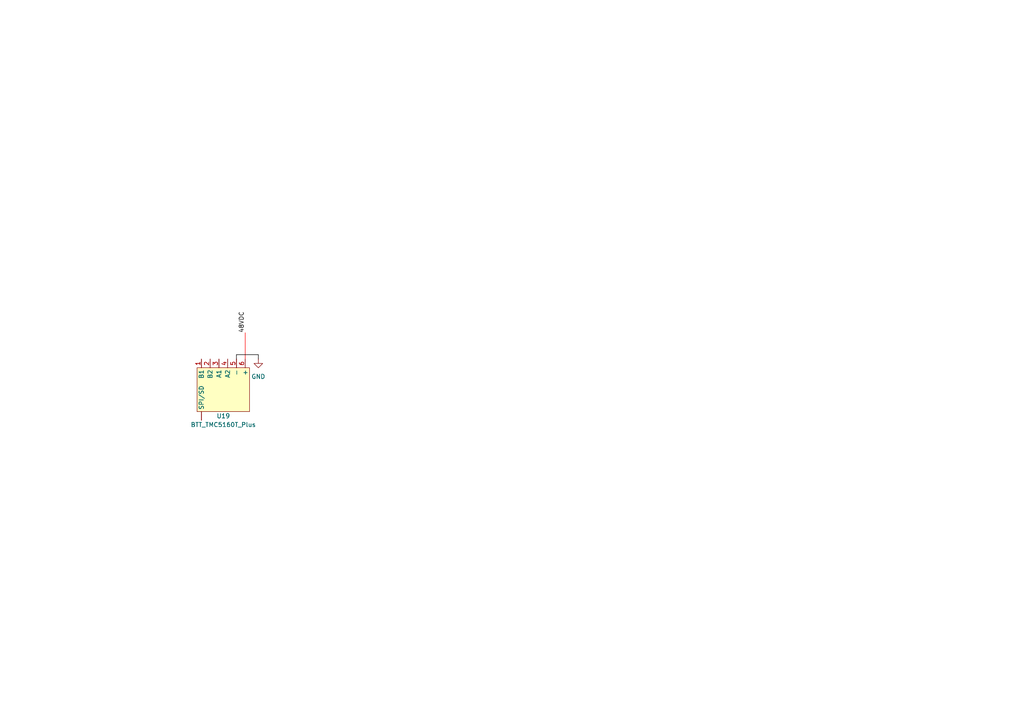
<source format=kicad_sch>
(kicad_sch (version 20250114) (generator "eeschema") (generator_version "9.0")
  (paper "A4")
  (title_block (title "Anchor") (date "2025-04-16") (rev "1.0") (company "jmatt"))
  (lib_symbols
    (symbol "Adafruit_Feather_Relay_1"
      (property "Reference" "U" (at 0 0.508 0))
      (symbol "Adafruit_Feather_Relay_1_1_1"
        (text "COM" (at 7.874 -7.62 0) (effects (font (size 1.27 1.27))))
        (text "NC" (at 8.636 -4.064 0) (effects (font (size 1.27 1.27))))
        (text "NO" (at 8.636 -11.43 0) (effects (font (size 1.27 1.27))))
        (pin power_in line (at -13.97 -5.08 0) (length 2.54) (name "+5VDC") (number "2"))
        (pin power_in line (at -13.97 -7.62 0) (length 2.54) (name "GND") (number "4"))
        (pin input line (at -13.97 -10.16 0) (length 2.54) (name "RELAY") (number "5"))
        (pin output line (at 12.7 -5.08 180) (length 2.54) (name "") (number ""))
        (pin input line (at 12.7 -7.62 180) (length 2.54) (name "") (number ""))
        (pin output line (at 12.7 -10.16 180) (length 2.54) (name "") (number ""))
      )
    )
    (symbol "Adafruit_Feather_Relay_3"
      (property "Reference" "U" (at 0 0.508 0))
      (symbol "Adafruit_Feather_Relay_3_1_1"
        (text "COM" (at 7.874 -7.62 0) (effects (font (size 1.27 1.27))))
        (text "NC" (at 8.636 -4.064 0) (effects (font (size 1.27 1.27))))
        (text "NO" (at 8.636 -11.43 0) (effects (font (size 1.27 1.27))))
        (pin power_in line (at -13.97 -5.08 0) (length 2.54) (name "+5VDC") (number "2"))
        (pin power_in line (at -13.97 -7.62 0) (length 2.54) (name "GND") (number "4"))
        (pin input line (at -13.97 -10.16 0) (length 2.54) (name "RELAY") (number "5"))
        (pin output line (at 12.7 -5.08 180) (length 2.54) (name "") (number ""))
        (pin input line (at 12.7 -7.62 180) (length 2.54) (name "") (number ""))
        (pin output line (at 12.7 -10.16 180) (length 2.54) (name "") (number ""))
      )
    )
    (symbol "Adafruit_Feather_Relay_5"
      (property "Reference" "U" (at 0 0.508 0))
      (symbol "Adafruit_Feather_Relay_5_1_1"
        (text "COM" (at 7.874 -7.62 0) (effects (font (size 1.27 1.27))))
        (text "NC" (at 8.636 -4.064 0) (effects (font (size 1.27 1.27))))
        (text "NO" (at 8.636 -11.43 0) (effects (font (size 1.27 1.27))))
        (pin power_in line (at -13.97 -5.08 0) (length 2.54) (name "+5VDC") (number "2"))
        (pin power_in line (at -13.97 -7.62 0) (length 2.54) (name "GND") (number "4"))
        (pin input line (at -13.97 -10.16 0) (length 2.54) (name "RELAY") (number "5"))
        (pin output line (at 12.7 -5.08 180) (length 2.54) (name "") (number ""))
        (pin input line (at 12.7 -7.62 180) (length 2.54) (name "") (number ""))
        (pin output line (at 12.7 -10.16 180) (length 2.54) (name "") (number ""))
      )
    )
    (symbol "Crydom_D2440_SPST_SSR-NO_3"
      (property "Reference" "U" (at 0 0 0))
      (property "Value" "Crydom_D2440_SPST_SSR-NO" (at 0.508 -2.286 0))
      (symbol "Crydom_D2440_SPST_SSR-NO_3_1_1"
        (pin input line (at -10.16 -6.35 0) (length 2.54) (name "IN-") (number "4"))
        (pin bidirectional line (at -10.16 -8.89 0) (length 2.54) (name "PE") (number "5"))
        (pin input line (at -10.16 -11.43 0) (length 2.54) (name "IN+") (number "3"))
        (pin power_in line (at 11.43 -6.35 180) (length 2.54) (name "AC") (number "1"))
        (pin power_out line (at 11.43 -11.43 180) (length 2.54) (name "AC") (number "2"))
      )
    )
    (symbol "Device:Fuse" (pin_numbers (hide yes)) (pin_names (offset 0))
      (property "Reference" "F" (at 2.032 0 90))
      (property "Value" "Fuse" (at -1.905 0 90))
      (symbol "Fuse_1_1"
        (pin passive line (at 0 3.81 270) (length 1.27) (name "~") (number "1"))
        (pin passive line (at 0 -3.81 90) (length 1.27) (name "~") (number "2"))
      )
    )
    (symbol "Device:Heater" (pin_numbers (hide yes)) (pin_names (offset 0))
      (property "Reference" "R" (at 2.032 0 90))
      (property "Value" "Heater" (at -2.032 0 90))
      (symbol "Heater_1_1"
        (pin passive line (at 0 3.81 270) (length 1.27) (name "~") (number "1"))
        (pin passive line (at 0 -3.81 90) (length 1.27) (name "~") (number "2"))
      )
    )
    (symbol "Device:Thermistor_NTC" (pin_numbers (hide yes)) (pin_names (offset 0))
      (property "Reference" "TH" (at -4.445 0 90))
      (property "Value" "Thermistor_NTC" (at 3.175 0 90))
      (symbol "Thermistor_NTC_1_1"
        (pin passive line (at 0 3.81 270) (length 1.27) (name "~") (number "1"))
        (pin passive line (at 0 -3.81 90) (length 1.27) (name "~") (number "2"))
      )
    )
    (symbol "Device:Thermistor_PTC" (pin_numbers (hide yes)) (pin_names (offset 0))
      (property "Reference" "TH" (at -4.064 0 90))
      (property "Value" "Thermistor_PTC" (at 3.048 0 90))
      (symbol "Thermistor_PTC_1_1"
        (pin passive line (at 0 3.81 270) (length 1.27) (name "~") (number "1"))
        (pin passive line (at 0 -3.81 90) (length 1.27) (name "~") (number "2"))
      )
    )
    (symbol "Fuse_1" (pin_numbers (hide yes)) (pin_names (offset 0))
      (property "Reference" "F2" (at -1.778 0 90))
      (symbol "Fuse_1_1_1"
        (text "8A" (at 1.778 0 900) (effects (font (size 1.27 1.27))))
        (pin passive line (at 0 3.81 270) (length 1.27) (name "~") (number "1"))
        (pin passive line (at 0 -3.81 90) (length 1.27) (name "~") (number "2"))
      )
    )
    (symbol "Fuse_2" (pin_numbers (hide yes)) (pin_names (offset 0))
      (property "Reference" "F4" (at -1.778 0 90))
      (symbol "Fuse_2_1_1"
        (text "XXA" (at 1.778 0 900) (effects (font (size 1.27 1.27))))
        (pin passive line (at 0 3.81 270) (length 1.27) (name "~") (number "1"))
        (pin passive line (at 0 -3.81 90) (length 1.27) (name "~") (number "2"))
      )
    )
    (symbol "Heater_1" (pin_numbers (hide yes)) (pin_names (offset 0))
      (property "Reference" "R16" (at 2.286 0 90))
      (symbol "Heater_1_1_1"
        (pin passive line (at 0 3.81 270) (length 1.27) (name "~") (number "1"))
        (pin passive line (at 0 -3.81 90) (length 1.27) (name "~") (number "2"))
      )
    )
    (symbol "IEC_60320_C14_Receptacle_1"
      (property "Reference" "J1" (at 0 -9.144 0))
      (property "Value" "IEC_60320_C14_Receptacle" (at 13.208 9.398 0))
      (symbol "IEC_60320_C14_Receptacle_1_1_1"
        (pin power_out line (at -8.89 5.08 0) (length 2.54) (name "") (number "1"))
        (pin bidirectional line (at -8.89 0 0) (length 2.54) (name "") (number "3"))
        (pin power_out line (at -8.89 -5.08 0) (length 2.54) (name "") (number "2"))
        (pin power_in line (at 8.89 5.08 180) (length 2.54) (name "L") (number "1"))
        (pin bidirectional line (at 8.89 0 180) (length 2.54) (name "PE") (number "3"))
        (pin power_in line (at 8.89 -5.08 180) (length 2.54) (name "N") (number "2"))
      )
    )
    (symbol "IEC_60320_C14_Receptacle_2"
      (property "Reference" "J1" (at 0 -9.144 0))
      (property "Value" "IEC_60320_C14_Receptacle" (at 13.208 9.398 0))
      (symbol "IEC_60320_C14_Receptacle_2_1_1"
        (pin power_out line (at -8.89 5.08 0) (length 2.54) (name "") (number "1"))
        (pin bidirectional line (at -8.89 0 0) (length 2.54) (name "") (number "3"))
        (pin power_out line (at -8.89 -5.08 0) (length 2.54) (name "") (number "2"))
        (pin power_in line (at 8.89 5.08 180) (length 2.54) (name "L") (number "1"))
        (pin bidirectional line (at 8.89 0 180) (length 2.54) (name "PE") (number "3"))
        (pin power_in line (at 8.89 -5.08 180) (length 2.54) (name "N") (number "2"))
      )
    )
    (symbol "IEC_60320_C14_Receptacle_4"
      (property "Reference" "J1" (at 0 -9.144 0))
      (property "Value" "IEC_60320_C14_Receptacle" (at 13.208 9.398 0))
      (symbol "IEC_60320_C14_Receptacle_4_1_1"
        (pin power_out line (at -8.89 5.08 0) (length 2.54) (name "") (number "1"))
        (pin bidirectional line (at -8.89 0 0) (length 2.54) (name "") (number "3"))
        (pin power_out line (at -8.89 -5.08 0) (length 2.54) (name "") (number "2"))
        (pin power_in line (at 8.89 5.08 180) (length 2.54) (name "L") (number "1"))
        (pin bidirectional line (at 8.89 0 180) (length 2.54) (name "PE") (number "3"))
        (pin power_in line (at 8.89 -5.08 180) (length 2.54) (name "N") (number "2"))
      )
    )
    (symbol "Motor:Fan" (pin_names (offset 0))
      (property "Reference" "M" (at 2.54 5.08 0))
      (property "Value" "Fan" (at 2.54 -2.54 0))
      (symbol "Fan_1_1"
        (pin passive line (at 0 7.62 270) (length 2.54) (name "+") (number "1"))
        (pin passive line (at 0 -5.08 90) (length 2.54) (name "-") (number "2"))
      )
    )
    (symbol "Motor:Fan_3pin" (pin_names (offset 0))
      (property "Reference" "M1" (at 5.08 -1.2699 0))
      (property "Value" "Fan_3pin" (at 5.08 -3.8099 0))
      (symbol "Fan_3pin_1_1"
        (pin passive line (at -7.62 0 0) (length 2.54) (name "Alarm") (number "3"))
        (pin passive line (at 0 5.08 270) (length 2.54) (name "+") (number "2"))
        (pin passive line (at 0 -7.62 90) (length 2.54) (name "-") (number "1"))
      )
    )
    (symbol "Raspberry_Pi_2"
      (property "Reference" "U10" (at 0 1.27 0))
      (property "Value" "Raspberry_Pi" (at 0 -1.27 0))
      (symbol "Raspberry_Pi_2_1_1"
        (pin power_in line (at -15.24 -5.08 0) (length 2.54) (name "GND") (number ""))
        (pin power_in line (at -15.24 -7.62 0) (length 2.54) (name "+5VDC") (number ""))
        (pin bidirectional line (at -15.24 -17.78 0) (length 2.54) (name "Micro_HDMI") (number ""))
        (pin power_out line (at -10.16 -36.83 90) (length 2.54) (name "GND") (number ""))
        (pin bidirectional line (at -7.62 -36.83 90) (length 2.54) (name "D+") (number ""))
        (pin bidirectional line (at -5.08 -36.83 90) (length 2.54) (name "D-") (number ""))
        (pin power_out line (at -2.54 -36.83 90) (length 2.54) (name "+5VDC") (number ""))
        (pin power_out line (at 2.54 -36.83 90) (length 2.54) (name "GND") (number ""))
        (pin bidirectional line (at 5.08 -36.83 90) (length 2.54) (name "D+") (number ""))
        (pin bidirectional line (at 7.62 -36.83 90) (length 2.54) (name "D-") (number ""))
        (pin power_out line (at 10.16 -36.83 90) (length 2.54) (name "+5VDC") (number ""))
        (pin bidirectional line (at 15.24 -5.08 180) (length 2.54) (name "GPIO23") (number "16"))
      )
    )
    (symbol "SW_SPST_NC_Temperature_1" (pin_names (offset 0) (hide yes))
      (property "Reference" "SW5" (at 0 3.048 0))
      (property "Value" "Thermostat" (at -0.254 10.16 0))
      (symbol "SW_SPST_NC_Temperature_1_1_1"
        (pin passive line (at -5.08 7.62 0) (length 2.54) (name "B") (number "2"))
        (pin passive line (at 5.08 7.62 180) (length 2.54) (name "A") (number "1"))
      )
    )
    (symbol "Screw_Terminal_01x01_1" (pin_names (offset 1.016) (hide yes))
      (property "Reference" "J" (at 0 2.54 0))
      (property "Value" "Screw_Terminal_01x01" (at 0 -2.54 0))
      (symbol "Screw_Terminal_01x01_1_1_1"
        (pin passive line (at -5.08 0 0) (length 3.81) (name "Pin_1") (number "1"))
      )
    )
    (symbol "Stepper_Motor_bipolar_2" (pin_names (offset 0) (hide yes))
      (property "Reference" "M20" (at -1.27 -3.81 90))
      (property "Value" "Motor_E0" (at 0.762 -3.81 90))
      (symbol "Stepper_Motor_bipolar_2_1_1"
        (pin passive line (at -7.62 2.54 0) (length 2.54) (name "~") (number "3"))
        (pin passive line (at -7.62 -2.54 0) (length 2.54) (name "~") (number "4"))
        (pin passive line (at -2.54 7.62 270) (length 2.54) (name "~") (number "1"))
        (pin passive line (at 2.54 7.62 270) (length 2.54) (name "-") (number "2"))
      )
    )
    (symbol "Switch:SW_DPST" (pin_names (offset 0) (hide yes))
      (property "Reference" "SW" (at 0 6.35 0))
      (property "Value" "SW_DPST" (at 0 -5.08 0))
      (symbol "SW_DPST_1_1"
        (pin passive line (at -5.08 2.54 0) (length 2.54) (name "3") (number "3"))
        (pin passive line (at -5.08 -2.54 0) (length 2.54) (name "1") (number "1"))
        (pin passive line (at 5.08 2.54 180) (length 2.54) (name "4") (number "4"))
        (pin passive line (at 5.08 -2.54 180) (length 2.54) (name "2") (number "2"))
      )
    )
    (symbol "Thermal_Fuse_1" (pin_numbers (hide yes)) (pin_names (offset 0))
      (property "Reference" "F15" (at 3.81 -1.778 90))
      (property "Value" "Thermal_Fuse" (at -2.286 -5.842 90))
      (symbol "Thermal_Fuse_1_1_1"
        (text "160°C" (at 1.778 0 900) (effects (font (size 1.27 1.27))))
        (pin passive line (at 0 3.81 270) (length 1.27) (name "~") (number "1"))
        (pin passive line (at 0 -3.81 90) (length 1.27) (name "~") (number "2"))
      )
    )
    (symbol "Thermal_Fuse_2" (pin_numbers (hide yes)) (pin_names (offset 0))
      (property "Reference" "F14" (at -2.032 -2.032 90))
      (symbol "Thermal_Fuse_2_1_1"
        (text "100°C" (at 1.778 0 900) (effects (font (size 1.27 1.27))))
        (pin passive line (at 0 3.81 270) (length 1.27) (name "~") (number "1"))
        (pin passive line (at 0 -3.81 90) (length 1.27) (name "~") (number "2"))
      )
    )
    (symbol "UHP-200-24_1"
      (property "Reference" "T1" (at 0 -14.732 0))
      (property "Value" "Meanwell UHP-200-24" (at 0 -12.7 0))
      (symbol "UHP-200-24_1_1_1"
        (pin power_in line (at -15.24 -5.08 0) (length 2.54) (name "PE") (number "3"))
        (pin power_in line (at -15.24 -7.62 0) (length 2.54) (name "N") (number "2"))
        (pin power_in line (at -15.24 -10.16 0) (length 2.54) (name "L") (number "1"))
        (pin power_out line (at 15.24 -6.35 180) (length 2.54) (name "V-") (number "1"))
        (pin power_out line (at 15.24 -8.89 180) (length 2.54) (name "V+") (number "2"))
      )
    )
    (symbol "UHP-200-24_2"
      (property "Reference" "T1" (at 0 -14.732 0))
      (property "Value" "Meanwell UHP-200-24" (at 0 -12.7 0))
      (symbol "UHP-200-24_2_1_1"
        (pin power_in line (at -15.24 -5.08 0) (length 2.54) (name "PE") (number "3"))
        (pin power_in line (at -15.24 -7.62 0) (length 2.54) (name "N") (number "2"))
        (pin power_in line (at -15.24 -10.16 0) (length 2.54) (name "L") (number "1"))
        (pin power_out line (at 15.24 -6.35 180) (length 2.54) (name "V-") (number "1"))
        (pin power_out line (at 15.24 -8.89 180) (length 2.54) (name "V+") (number "2"))
      )
    )
    (symbol "UHP-200-24_3"
      (property "Reference" "T1" (at 0 -14.732 0))
      (property "Value" "Meanwell UHP-200-24" (at 0 -12.7 0))
      (symbol "UHP-200-24_3_1_1"
        (pin power_in line (at -15.24 -5.08 0) (length 2.54) (name "PE") (number "3"))
        (pin power_in line (at -15.24 -7.62 0) (length 2.54) (name "N") (number "2"))
        (pin power_in line (at -15.24 -10.16 0) (length 2.54) (name "L") (number "1"))
        (pin power_out line (at 15.24 -6.35 180) (length 2.54) (name "V-") (number "1"))
        (pin power_out line (at 15.24 -8.89 180) (length 2.54) (name "V+") (number "2"))
      )
    )
    (symbol "UHP-200-24_4"
      (property "Reference" "T1" (at 0 -14.732 0))
      (property "Value" "Meanwell UHP-200-24" (at 0 -12.7 0))
      (symbol "UHP-200-24_4_1_1"
        (pin power_in line (at -15.24 -5.08 0) (length 2.54) (name "PE") (number "3"))
        (pin power_in line (at -15.24 -7.62 0) (length 2.54) (name "N") (number "2"))
        (pin power_in line (at -15.24 -10.16 0) (length 2.54) (name "L") (number "1"))
        (pin power_out line (at 15.24 -6.35 180) (length 2.54) (name "V-") (number "1"))
        (pin power_out line (at 15.24 -8.89 180) (length 2.54) (name "V+") (number "2"))
      )
    )
    (symbol "UHP-200-24_5"
      (property "Reference" "T1" (at 0 -14.732 0))
      (property "Value" "Meanwell UHP-200-24" (at 0 -12.7 0))
      (symbol "UHP-200-24_5_1_1"
        (pin power_in line (at -15.24 -5.08 0) (length 2.54) (name "PE") (number "3"))
        (pin power_in line (at -15.24 -7.62 0) (length 2.54) (name "N") (number "2"))
        (pin power_in line (at -15.24 -10.16 0) (length 2.54) (name "L") (number "1"))
        (pin power_out line (at 15.24 -6.35 180) (length 2.54) (name "V-") (number "1"))
        (pin power_out line (at 15.24 -8.89 180) (length 2.54) (name "V+") (number "2"))
      )
    )
    (symbol "UHP-200-24_6"
      (property "Reference" "T1" (at 0 -14.732 0))
      (property "Value" "Meanwell UHP-200-24" (at 0 -12.7 0))
      (symbol "UHP-200-24_6_1_1"
        (pin power_in line (at -15.24 -5.08 0) (length 2.54) (name "PE") (number "3"))
        (pin power_in line (at -15.24 -7.62 0) (length 2.54) (name "N") (number "2"))
        (pin power_in line (at -15.24 -10.16 0) (length 2.54) (name "L") (number "1"))
        (pin power_out line (at 15.24 -6.35 180) (length 2.54) (name "V-") (number "1"))
        (pin power_out line (at 15.24 -8.89 180) (length 2.54) (name "V+") (number "2"))
      )
    )
    (symbol "UHP-200-24_7"
      (property "Reference" "T1" (at 0 -14.732 0))
      (property "Value" "Meanwell UHP-200-24" (at 0 -12.7 0))
      (symbol "UHP-200-24_7_1_1"
        (pin power_in line (at -15.24 -5.08 0) (length 2.54) (name "PE") (number "3"))
        (pin power_in line (at -15.24 -7.62 0) (length 2.54) (name "N") (number "2"))
        (pin power_in line (at -15.24 -10.16 0) (length 2.54) (name "L") (number "1"))
        (pin power_out line (at 15.24 -6.35 180) (length 2.54) (name "V-") (number "1"))
        (pin power_out line (at 15.24 -8.89 180) (length 2.54) (name "V+") (number "2"))
      )
    )
    (symbol "UHP-200-24_8"
      (property "Reference" "T1" (at 0 -14.732 0))
      (property "Value" "Meanwell UHP-200-24" (at 0 -12.7 0))
      (symbol "UHP-200-24_8_1_1"
        (pin power_in line (at -15.24 -5.08 0) (length 2.54) (name "PE") (number "3"))
        (pin power_in line (at -15.24 -7.62 0) (length 2.54) (name "N") (number "2"))
        (pin power_in line (at -15.24 -10.16 0) (length 2.54) (name "L") (number "1"))
        (pin power_out line (at 15.24 -6.35 180) (length 2.54) (name "V-") (number "1"))
        (pin power_out line (at 15.24 -8.89 180) (length 2.54) (name "V+") (number "2"))
      )
    )
    (symbol "UHP-200-24_9"
      (property "Reference" "T1" (at 0 -14.732 0))
      (property "Value" "Meanwell UHP-200-24" (at 0 -12.7 0))
      (symbol "UHP-200-24_9_1_1"
        (pin power_in line (at -15.24 -5.08 0) (length 2.54) (name "PE") (number "3"))
        (pin power_in line (at -15.24 -7.62 0) (length 2.54) (name "N") (number "2"))
        (pin power_in line (at -15.24 -10.16 0) (length 2.54) (name "L") (number "1"))
        (pin power_out line (at 15.24 -6.35 180) (length 2.54) (name "V-") (number "1"))
        (pin power_out line (at 15.24 -8.89 180) (length 2.54) (name "V+") (number "2"))
      )
    )
    (symbol "jmatt:BTT_TMC5160T_Plus"
      (property "Reference" "U" (at -5.08 -18.796 0))
      (property "Value" "TMC5160T_Plus" (at 1.524 -16.764 0))
      (symbol "BTT_TMC5160T_Plus_1_1"
        (pin output line (at -6.35 0 270) (length 2.54) (name "B1") (number "1"))
        (pin passive line (at -6.35 -17.78 90) (length 2.54) (name "SPI/SD") (number ""))
        (pin output line (at -3.81 0 270) (length 2.54) (name "B2") (number "2"))
        (pin output line (at -1.27 0 270) (length 2.54) (name "A1") (number "3"))
        (pin output line (at 1.27 0 270) (length 2.54) (name "A2") (number "4"))
        (pin power_in line (at 3.81 0 270) (length 2.54) (name "-") (number "5"))
        (pin power_in line (at 6.35 0 270) (length 2.54) (name "+") (number "6"))
      )
    )
    (symbol "jmatt:Beacon_Eddy_Scanner"
      (property "Reference" "U" (at 6.096 -10.668 0))
      (property "Value" "Beacon_Eddy_Scanner" (at 6.096 -8.636 0))
      (symbol "Beacon_Eddy_Scanner_1_1"
        (pin power_in line (at 2.54 2.54 270) (length 2.54) (name "GND") (number "1"))
        (pin input line (at 5.08 2.54 270) (length 2.54) (name "D+") (number "2"))
        (pin input line (at 7.62 2.54 270) (length 2.54) (name "D-") (number "3"))
        (pin power_in line (at 10.16 2.54 270) (length 2.54) (name "+5VDC") (number "4"))
      )
    )
    (symbol "jmatt:Beacon_Regulator"
      (property "Reference" "U" (at 4.318 1.016 0))
      (property "Value" "Beacon_Regulator" (at 4.826 -11.43 0))
      (symbol "Beacon_Regulator_1_1"
        (pin power_in line (at -2.54 -1.27 0) (length 2.54) (name "GND") (number "1"))
        (pin input line (at -2.54 -3.81 0) (length 2.54) (name "D+") (number "2"))
        (pin input line (at -2.54 -6.35 0) (length 2.54) (name "D-") (number "3"))
        (pin power_in line (at -2.54 -8.89 0) (length 2.54) (name "+5VDC") (number "4"))
        (pin power_out line (at 11.43 -1.27 180) (length 2.54) (name "") (number "5"))
        (pin output line (at 11.43 -3.81 180) (length 2.54) (name "") (number "6"))
        (pin output line (at 11.43 -6.35 180) (length 2.54) (name "") (number "7"))
        (pin power_out line (at 11.43 -8.89 180) (length 2.54) (name "") (number "8"))
      )
    )
    (symbol "jmatt:Murrelektronik_26183_Varistor_Suppressor"
      (property "Reference" "U" (at 0 0 0))
      (symbol "Murrelektronik_26183_Varistor_Suppressor_1_1"
        (pin passive line (at 0 -2.54 270) (length 1.778) (name "") (number "1"))
        (pin passive line (at 0 -16.51 90) (length 1.778) (name "") (number "2"))
      )
    )
    (symbol "jmatt:Murrelektronik_Diode_Zener_Suppressor"
      (property "Reference" "U" (at 0 0 0))
      (symbol "Murrelektronik_Diode_Zener_Suppressor_1_1"
        (pin passive line (at 0 -2.54 270) (length 1.778) (name "+") (number "1"))
        (pin passive line (at 0 -16.51 90) (length 1.778) (name "-") (number "2"))
      )
    )
    (symbol "jmatt:Phoenix_Contact_PTFIX_12x2"
      (property "Reference" "U" (at 0 0 0))
      (property "Value" "Phoenix_Contact_PTFIX_12x2" (at 0 -1.524 0))
      (symbol "Phoenix_Contact_PTFIX_12x2_1_1"
        (pin bidirectional line (at -6.35 -5.08 270) (length 2.54) (name "") (number "1"))
        (pin bidirectional line (at -6.35 -12.7 90) (length 2.54) (name "") (number "7"))
        (pin bidirectional line (at -3.81 -5.08 270) (length 2.54) (name "") (number "2"))
        (pin bidirectional line (at -3.81 -12.7 90) (length 2.54) (name "") (number "8"))
        (pin bidirectional line (at -1.27 -5.08 270) (length 2.54) (name "") (number "3"))
        (pin bidirectional line (at -1.27 -12.7 90) (length 2.54) (name "") (number "9"))
        (pin bidirectional line (at 1.27 -5.08 270) (length 2.54) (name "") (number "4"))
        (pin bidirectional line (at 1.27 -12.7 90) (length 2.54) (name "") (number "10"))
        (pin bidirectional line (at 3.81 -5.08 270) (length 2.54) (name "") (number "5"))
        (pin bidirectional line (at 3.81 -12.7 90) (length 2.54) (name "") (number "11"))
        (pin bidirectional line (at 6.35 -5.08 270) (length 2.54) (name "") (number "6"))
        (pin bidirectional line (at 6.35 -12.7 90) (length 2.54) (name "") (number "12"))
      )
    )
    (symbol "jmatt:Phoenix_Contact_PTFIX_6x2"
      (property "Reference" "U" (at 0 0 0))
      (property "Value" "Phoenix_Contact_PTFIX_6x2" (at 0 -1.524 0))
      (symbol "Phoenix_Contact_PTFIX_6x2_1_1"
        (pin bidirectional line (at -2.54 -5.08 270) (length 2.54) (name "") (number "1"))
        (pin bidirectional line (at -2.54 -12.7 90) (length 2.54) (name "") (number "4"))
        (pin bidirectional line (at 0 -5.08 270) (length 2.54) (name "") (number "2"))
        (pin bidirectional line (at 0 -12.7 90) (length 2.54) (name "") (number "5"))
        (pin bidirectional line (at 2.54 -5.08 270) (length 2.54) (name "") (number "3"))
        (pin bidirectional line (at 2.54 -12.7 90) (length 2.54) (name "") (number "6"))
      )
    )
    (symbol "jmatt:SW_SPST_NC_Temperature_Flipped"
      (property "Reference" "U" (at 0 0 0))
      (symbol "SW_SPST_NC_Temperature_Flipped_1_1"
        (pin passive line (at -5.08 -3.81 0) (length 2.54) (name "") (number "2"))
        (pin passive line (at 5.08 -3.81 180) (length 2.54) (name "") (number "1"))
      )
    )
    (symbol "jmatt:Schneider_Electric_DPE25BL"
      (property "Reference" "U" (at 11.43 16.256 90))
      (property "Value" "Schneider_Electric_DPE25BL" (at 13.208 16.51 90))
      (symbol "Schneider_Electric_DPE25BL_1_1"
        (pin power_in line (at 16.51 26.67 270) (length 2.54) (name "1/L1") (number "1"))
        (pin power_out line (at 16.51 2.54 90) (length 2.54) (name "2/T1") (number "2"))
        (pin power_in line (at 19.05 26.67 270) (length 2.54) (name "3/L2") (number "3"))
        (pin power_out line (at 19.05 2.54 90) (length 2.54) (name "4/T2") (number "4"))
        (pin power_in line (at 21.59 26.67 270) (length 2.54) (name "5/L3") (number "5"))
        (pin power_out line (at 21.59 2.54 90) (length 2.54) (name "6/T3") (number "6"))
        (pin input line (at 24.13 26.67 270) (length 2.54) (name "13NO") (number "13"))
        (pin output line (at 24.13 2.54 90) (length 2.54) (name "14NO") (number "14"))
        (pin input line (at 26.67 26.67 270) (length 2.54) (name "A1+") (number "A1"))
        (pin output line (at 26.67 2.54 90) (length 2.54) (name "A2-") (number "A2"))
      )
    )
    (symbol "jmatt:Schneider_Electric_DPE25G7"
      (property "Reference" "U" (at 11.43 14.986 90))
      (property "Value" "Schneider_Electric_DPE25G7" (at 13.208 14.732 90))
      (symbol "Schneider_Electric_DPE25G7_1_1"
        (pin power_in line (at 16.51 26.67 270) (length 2.54) (name "1/L1") (number "1"))
        (pin power_out line (at 16.51 2.54 90) (length 2.54) (name "2/T1") (number "2"))
        (pin power_in line (at 19.05 26.67 270) (length 2.54) (name "3/L2") (number "3"))
        (pin power_out line (at 19.05 2.54 90) (length 2.54) (name "4/T2") (number "4"))
        (pin power_in line (at 21.59 26.67 270) (length 2.54) (name "5/L3") (number "5"))
        (pin power_out line (at 21.59 2.54 90) (length 2.54) (name "6/T3") (number "6"))
        (pin input line (at 24.13 26.67 270) (length 2.54) (name "13NO") (number "13"))
        (pin output line (at 24.13 2.54 90) (length 2.54) (name "14NO") (number "14"))
        (pin input line (at 26.67 26.67 270) (length 2.54) (name "A1") (number "A1"))
        (pin output line (at 26.67 2.54 90) (length 2.54) (name "A2") (number "A2"))
      )
    )
    (symbol "jmatt:Thermal_Fuse" (pin_numbers (hide yes)) (pin_names (offset 0))
      (property "Reference" "F" (at -3.302 0 90))
      (property "Value" "Thermal_Fuse" (at -1.905 0 90))
      (symbol "Thermal_Fuse_1_1"
        (text "120°C" (at 1.778 0 900) (effects (font (size 1.27 1.27))))
        (pin passive line (at 0 3.81 270) (length 1.27) (name "~") (number "1"))
        (pin passive line (at 0 -3.81 90) (length 1.27) (name "~") (number "2"))
      )
    )
    (symbol "power:+24V" (power) (pin_numbers (hide yes)) (pin_names (offset 0) (hide yes))
      (property "Value" "+24V" (at 0 3.556 0))
      (symbol "+24V_1_1"
        (pin power_in line (at 0 0 90) (length 0) (name "~") (number "1"))
      )
    )
    (symbol "power:+48V" (power) (pin_numbers (hide yes)) (pin_names (offset 0) (hide yes))
      (property "Value" "+48V" (at 0 3.556 0))
      (symbol "+48V_1_1"
        (pin power_in line (at 0 0 90) (length 0) (name "~") (number "1"))
      )
    )
    (symbol "power:+5V" (power) (pin_numbers (hide yes)) (pin_names (offset 0) (hide yes))
      (property "Value" "+5V" (at 0 3.556 0))
      (symbol "+5V_1_1"
        (pin power_in line (at 0 0 90) (length 0) (name "~") (number "1"))
      )
    )
    (symbol "power:AC" (power) (pin_numbers (hide yes)) (pin_names (offset 0) (hide yes))
      (property "Value" "AC" (at 0 7.62 0))
      (symbol "AC_1_1"
        (pin power_out line (at 0 6.35 270) (length 0) (name "~") (number "2"))
        (pin power_out line (at 0 0 90) (length 0) (name "~") (number "1"))
      )
    )
    (symbol "power:Earth" (power) (pin_numbers (hide yes)) (pin_names (offset 0) (hide yes))
      (property "Value" "Earth" (at 0 -3.81 0))
      (symbol "Earth_1_1"
        (pin power_in line (at 0 0 270) (length 0) (name "~") (number "1"))
      )
    )
    (symbol "power:Earth_Protective" (power) (pin_numbers (hide yes)) (pin_names (offset 0) (hide yes))
      (property "Value" "Earth_Protective" (at 0 -7.62 0))
      (symbol "Earth_Protective_1_1"
        (pin power_in line (at 0 0 270) (length 0) (name "~") (number "1"))
      )
    )
    (symbol "power:GND" (power) (pin_numbers (hide yes)) (pin_names (offset 0) (hide yes))
      (property "Value" "GND" (at 0 -3.81 0))
      (symbol "GND_1_1"
        (pin power_in line (at 0 0 270) (length 0) (name "~") (number "1"))
      )
    )
    (symbol "power:GNDPWR" (power) (pin_numbers (hide yes)) (pin_names (offset 0) (hide yes))
      (property "Value" "GNDPWR" (at 0 -3.302 0))
      (symbol "GNDPWR_1_1"
        (pin power_in line (at 0 0 270) (length 0) (name "~") (number "1"))
      )
    )
    (symbol "power:VBUS" (power) (pin_numbers (hide yes)) (pin_names (offset 0) (hide yes))
      (property "Value" "VBUS" (at 0 3.556 0))
      (symbol "VBUS_1_1"
        (pin power_in line (at 0 0 90) (length 0) (name "~") (number "1"))
      )
    )
  )
  (rectangle (start 482.6 266.7) (end 542.29 363.22) (stroke (width 0) (type dash)))
  (circle (center 74.93 -84.074) (radius 5.08) (stroke (width 0) (type dash_dot) (color 0 0 0 1)))
  (circle (center 318.77 328.676) (radius 5.08) (stroke (width 0) (type dash_dot) (color 0 0 0 1)))
  (circle (center 102.87 -84.074) (radius 5.08) (stroke (width 0) (type dash_dot) (color 0 0 0 1)))
  (rectangle (start 394.97 336.55) (end 436.88 358.14) (stroke (width 0.127) (type dash_dot) (color 0 0 0 1)))
  (rectangle (start 147.32 -66.04) (end 198.12 -43.18) (stroke (width 0.127) (type dash_dot) (color 0 0 0 1)))
  (rectangle (start 68.58 -62.23) (end 102.87 -43.18) (stroke (width 0.127) (type dash_dot) (color 0 0 0 1)))
  (rectangle (start 142.24 292.1) (end 302.26 363.22) (stroke (width 0) (type dash)))
  (circle (center 346.71 328.676) (radius 5.08) (stroke (width 0) (type dash_dot) (color 0 0 0 1)))
  (rectangle (start 137.16 -71.12) (end 243.84 -36.83) (stroke (width 0) (type dash)))
  (rectangle (start 386.08 266.7) (end 480.06 363.22) (stroke (width 0) (type dash)))
  (rectangle (start 60.96 -71.12) (end 135.128 -37.084) (stroke (width 0) (type dash)))
  (rectangle (start 312.42 339.09) (end 346.71 358.14) (stroke (width 0.127) (type dash_dot) (color 0 0 0 1)))
  (rectangle (start 304.8 266.7) (end 383.54 363.22) (stroke (width 0) (type dash)))
  (rectangle (start 31.75 -254) (end 189.23 -182.88) (stroke (width 0) (type dash)))
  (text "Chamber Heater Assy" (at 397.002 361.696 0) (effects (font (size 1.27 1.27))))
  (text "PTC Heater" (at 196.342 -44.196 0) (effects (font (size 1.27 1.27))))
  (text "//TODO" (at 331.47 -149.606 0) (effects (font (size 1.27 1.27))))
  (text "Toolhead Assy" (at 490.22 361.696 0) (effects (font (size 1.27 1.27))))
  (text "//TODO" (at 153.67 -225.806 0) (effects (font (size 1.27 1.27))))
  (text "Silicone Mat" (at 96.774 -43.942 0) (effects (font (size 1.27 1.27))))
  (text "Bed Assy" (at 65.532 -38.1 0) (effects (font (size 1.27 1.27))))
  (text "PTC Heater" (at 430.784 356.87 0) (effects (font (size 1.27 1.27))))
  (text "TODO\n* chamber circulation fans\n* chamber camera\n* chamber LEDs\n* electronics bay thermistors\n* electronics bay fans\n* electronics bay LEDs\n* microcontrollers\n* stepper drivers\n* CPAP stuff\n* front panel status LEDS\n* front panel display\n" (at 563.88 291.084 0) (effects (font (size 1.27 1.27) (thickness 0.254) (bold yes)) (justify left)))
  (text "Power" (at 146.05 361.696 0) (effects (font (size 1.27 1.27))))
  (text "//TODO" (at 178.562 352.298 0) (effects (font (size 1.27 1.27))))
  (text "Cable Chains" (at 332.74 328.93 0) (effects (font (size 1.27 1.27))))
  (text "Bed Assy" (at 309.626 361.95 0) (effects (font (size 1.27 1.27))))
  (text "Silicone Mat" (at 340.614 357.378 0) (effects (font (size 1.27 1.27))))
  (text "Power" (at 35.052 -184.15 0) (effects (font (size 1.27 1.27))))
  (text "Chamber Heater Assy" (at 151.638 -37.846 0) (effects (font (size 1.27 1.27))))
  (text "Cable Chains" (at 88.9 -83.82 0) (effects (font (size 1.27 1.27))))
  (junction (at 189.23 -120.65))
  (junction (at 124.46 -238.76))
  (junction (at 355.6 342.9) (color 255 0 0 1))
  (junction (at 372.11 -107.95))
  (junction (at 420.37 351.79) (color 179 80 0 1))
  (junction (at 195.58 354.33))
  (junction (at 360.68 276.86) (color 255 0 0 1))
  (junction (at 247.65 349.25) (color 179 80 0 1))
  (junction (at 90.17 -196.85))
  (junction (at 220.98 321.31) (color 179 80 0 1))
  (junction (at 242.57 354.33))
  (junction (at 290.83 331.47) (color 0 0 0 1))
  (junction (at 87.63 -194.31))
  (junction (at 265.43 -118.11))
  (junction (at 134.62 -228.6))
  (junction (at 198.12 332.74) (color 0 138 255 1))
  (junction (at 220.98 351.79) (color 0 138 255 1))
  (junction (at 440.69 276.86) (color 255 0 0 1))
  (junction (at 311.15 307.34))
  (junction (at 123.19 -147.32))
  (junction (at 355.6 358.14) (color 0 0 0 1))
  (junction (at 209.55 -55.88))
  (junction (at 252.73 351.79) (color 0 138 255 1))
  (junction (at 255.27 349.25) (color 179 80 0 1))
  (junction (at 132.08 -218.44))
  (junction (at 217.17 -59.69) (color 255 0 0 1))
  (junction (at 181.61 -49.53))
  (junction (at 360.68 303.53) (color 0 0 0 1))
  (junction (at 137.16 -205.74))
  (junction (at 445.77 345.44) (color 0 0 255 1))
  (junction (at 181.61 -59.69))
  (junction (at 200.66 316.23) (color 179 80 0 1))
  (junction (at 420.37 341.63) (color 0 138 255 1))
  (junction (at 210.82 307.34) (color 0 0 0 1))
  (junction (at 265.43 -148.59))
  (junction (at 85.09 -196.85))
  (junction (at 82.55 -194.31))
  (junction (at 43.18 -212.09))
  (junction (at 195.58 340.36))
  (junction (at 453.39 341.63) (color 255 0 0 1))
  (junction (at 505.46 276.86) (color 255 0 0 1))
  (junction (at 189.23 -147.32))
  (junction (at 250.19 354.33))
  (junction (at 132.08 -231.14))
  (junction (at 121.92 -236.22))
  (junction (at 453.39 356.87) (color 0 0 0 1))
  (junction (at 200.66 327.66) (color 179 80 0 1))
  (junction (at 440.69 303.53) (color 0 0 0 1))
  (junction (at 391.16 307.34))
  (junction (at 111.76 -224.79))
  (junction (at 111.76 -43.18) (color 0 0 0 1))
  (junction (at 111.76 -58.42) (color 255 0 0 1))
  (junction (at 505.46 303.53) (color 0 0 0 1))
  (junction (at 217.17 -44.45) (color 0 0 0 1))
  (junction (at 198.12 318.77) (color 0 138 255 1))
  (junction (at 208.28 309.88) (color 255 0 0 1))
  (junction (at 43.18 -226.06))
  (junction (at 245.11 351.79) (color 0 138 255 1))
  (junction (at 123.19 -120.65))
  (junction (at 111.76 -194.31))
  (junction (at 134.62 -213.36))
  (junction (at 290.83 317.5) (color 0 0 0 1))
  (no_connect (at 252.73 -146.05))
  (no_connect (at 252.73 -121.92))
  (no_connect (at 496.57 302.26))
  (no_connect (at 351.79 278.13))
  (no_connect (at 496.57 278.13))
  (no_connect (at 114.3 -121.92))
  (no_connect (at 114.3 -146.05))
  (no_connect (at 99.06 -198.12))
  (no_connect (at 231.14 323.85))
  (no_connect (at 99.06 -222.25))
  (no_connect (at 180.34 -121.92))
  (no_connect (at 233.68 323.85))
  (no_connect (at 208.28 349.25))
  (no_connect (at 351.79 302.26))
  (no_connect (at 180.34 -146.05))
  (no_connect (at 307.34 -137.16))
  (no_connect (at 255.27 -146.05))
  (no_connect (at 124.46 -196.85))
  (no_connect (at 101.6 -222.25))
  (no_connect (at 431.8 302.26))
  (no_connect (at 287.02 -129.54))
  (no_connect (at 289.56 -129.54))
  (no_connect (at 431.8 278.13))
  (no_connect (at 255.27 -121.92))
  (no_connect (at 309.88 -129.54))
  (no_connect (at 312.42 -137.16))
  (no_connect (at 233.68 347.98))
  (no_connect (at 276.86 -120.65))
  (no_connect (at 298.45 -129.54))
  (no_connect (at 300.99 -129.54))
  (no_connect (at 231.14 347.98))
  (no_connect (at 101.6 -198.12))
  (wire (pts (xy 363.22 -157.48) (xy 363.22 -151.13)))
  (wire (pts (xy 83.82 -120.65) (xy 83.82 -123.19)) (stroke (width 0) (color 179 80 0 1)))
  (polyline (pts (xy 13.97 317.5) (xy 10.16 317.5)) (stroke (width 0) (type dash) (color 0 0 0 1)))
  (wire (pts (xy 104.14 -120.65) (xy 109.22 -120.65)) (stroke (width 0) (color 179 80 0 1)))
  (wire (pts (xy 360.68 -133.35) (xy 360.68 -132.08)) (stroke (width 0) (color 0 138 255 1)))
  (wire (pts (xy 323.85 303.53) (xy 323.85 300.99)) (stroke (width 0) (color 179 80 0 1)))
  (wire (pts (xy 252.73 332.74) (xy 257.81 332.74)) (stroke (width 0) (color 0 138 255 1)))
  (polyline (pts (xy 406.4 290.83) (xy 407.67 289.56)) (stroke (width 0) (type dash) (color 0 0 0 1)))
  (wire (pts (xy 121.92 -236.22) (xy 121.92 -223.52)) (stroke (width 0) (color 0 0 0 1)))
  (wire (pts (xy 76.2 -213.36) (xy 82.55 -213.36)) (stroke (width 0) (color 0 138 255 1)))
  (wire (pts (xy 111.76 -57.15) (xy 111.76 -58.42)) (stroke (width 0) (color 255 0 0 1)))
  (wire (pts (xy 76.2 -116.84) (xy 76.2 -58.42)) (stroke (width 0) (color 0 138 255 1)))
  (wire (pts (xy 132.08 -218.44) (xy 139.7 -218.44)) (stroke (width 0) (color 179 80 0 1)))
  (wire (pts (xy 90.17 -196.85) (xy 93.98 -196.85)) (stroke (width 0) (color 179 80 0 1)))
  (wire (pts (xy 250.19 -118.11) (xy 250.19 -121.92)) (stroke (width 0) (color 0 138 255 1)))
  (wire (pts (xy 453.39 341.63) (xy 469.9 341.63)) (stroke (width 0) (color 255 0 0 1)))
  (wire (pts (xy 193.04 332.74) (xy 198.12 332.74)) (stroke (width 0) (color 0 138 255 1)))
  (wire (pts (xy 68.58 102.87) (xy 74.93 102.87)) (stroke (width 0) (color 0 0 0 1)))
  (wire (pts (xy 539.75 347.98) (xy 524.51 347.98)))
  (wire (pts (xy 445.77 313.69) (xy 445.77 345.44)) (stroke (width 0) (color 0 0 255 1)))
  (wire (pts (xy 44.45 322.58) (xy 29.21 322.58)))
  (wire (pts (xy -67.31 147.32) (xy -68.58 147.32)))
  (wire (pts (xy 200.66 316.23) (xy 172.72 316.23)) (stroke (width 0) (color 179 80 0 1)))
  (wire (pts (xy 0 330.2) (xy -22.86 330.2)))
  (wire (pts (xy 181.61 -49.53) (xy 181.61 -50.8)) (stroke (width 0) (color 0 138 255 1)))
  (wire (pts (xy 227.33 -129.54) (xy 227.33 -111.76)) (stroke (width 0) (color 0 138 255 1)))
  (wire (pts (xy 318.77 271.78) (xy 318.77 279.4)) (stroke (width 0) (color 255 0 0 1)))
  (wire (pts (xy 356.87 -137.16) (xy 356.87 -125.73)))
  (wire (pts (xy 311.15 274.32) (xy 311.15 307.34)))
  (wire (pts (xy 314.96 -139.7) (xy 300.99 -139.7)) (stroke (width 0) (color 0 138 255 1)))
  (wire (pts (xy 175.26 332.74) (xy 175.26 340.36)))
  (wire (pts (xy 369.57 -107.95) (xy 372.11 -107.95)) (stroke (width 0) (color 0 138 255 1)))
  (polyline (pts (xy 152.4 -133.35) (xy 156.21 -133.35)) (stroke (width 0) (type dash) (color 0 0 0 1)))
  (wire (pts (xy 13.97 330.2) (xy 12.7 330.2)))
  (wire (pts (xy 44.45 356.87) (xy 21.59 356.87)))
  (wire (pts (xy -17.78 266.7) (xy -19.05 266.7)))
  (wire (pts (xy 147.32 -152.4) (xy 218.44 -152.4)))
  (wire (pts (xy 284.48 -153.67) (xy 284.48 -137.16)) (stroke (width 0) (color 179 80 0 1)))
  (wire (pts (xy -68.58 167.64) (xy -68.58 165.1)))
  (wire (pts (xy 426.72 271.78) (xy 461.01 271.78)) (stroke (width 0) (color 179 80 0 1)))
  (wire (pts (xy 177.8 337.82) (xy 172.72 337.82)) (stroke (width 0) (color 0 138 255 1)))
  (wire (pts (xy 177.8 -121.92) (xy 177.8 -116.84)) (stroke (width 0) (color 0 138 255 1)))
  (wire (pts (xy 210.82 350.52) (xy 210.82 349.25)) (stroke (width 0) (color 179 80 0 1)))
  (wire (pts (xy 154.94 -213.36) (xy 149.86 -213.36)) (stroke (width 0) (color 0 138 255 1)))
  (wire (pts (xy 369.57 -113.03) (xy 369.57 -170.18)))
  (wire (pts (xy 435.61 179.07) (xy 435.61 191.77)))
  (wire (pts (xy 27.94 266.7) (xy 44.45 266.7)))
  (wire (pts (xy 355.6 342.9) (xy 368.3 342.9)) (stroke (width 0) (color 255 0 0 1)))
  (polyline (pts (xy 509.27 342.9) (xy 505.46 342.9)) (stroke (width 0) (type dash) (color 0 0 0 1)))
  (wire (pts (xy 494.03 302.26) (xy 494.03 358.14)) (stroke (width 0) (color 0 0 0 1)))
  (wire (pts (xy 134.62 -213.36) (xy 134.62 -194.31)) (stroke (width 0) (color 0 138 255 1)))
  (wire (pts (xy 189.23 -147.32) (xy 194.31 -147.32)))
  (wire (pts (xy 111.76 -121.92) (xy 111.76 -116.84)) (stroke (width 0) (color 0 138 255 1)))
  (wire (pts (xy 27.94 320.04) (xy 44.45 320.04)))
  (wire (pts (xy 228.6 351.79) (xy 220.98 351.79)) (stroke (width 0) (color 0 138 255 1)))
  (wire (pts (xy 44.45 306.07) (xy 12.7 306.07)))
  (wire (pts (xy 521.97 345.44) (xy 520.7 345.44)))
  (wire (pts (xy 111.76 -43.18) (xy 111.76 -44.45)) (stroke (width 0) (color 0 0 0 1)))
  (wire (pts (xy 445.77 345.44) (xy 462.28 345.44)) (stroke (width 0) (color 0 0 255 1)))
  (wire (pts (xy 429.26 302.26) (xy 429.26 307.34)) (stroke (width 0) (color 0 138 255 1)))
  (wire (pts (xy 252.73 351.79) (xy 281.94 351.79)) (stroke (width 0) (color 0 138 255 1)))
  (wire (pts (xy 332.74 342.9) (xy 332.74 349.25)))
  (wire (pts (xy 144.78 -123.19) (xy 144.78 -59.69)) (stroke (width 0) (color 179 80 0 1)))
  (wire (pts (xy 238.76 -113.03) (xy 367.03 -113.03)) (stroke (width 0) (color 179 80 0 1)))
  (wire (pts (xy 115.57 -224.79) (xy 115.57 -195.58)) (stroke (width 0) (color 179 80 0 1)))
  (wire (pts (xy 15.24 298.45) (xy 15.24 299.72)))
  (wire (pts (xy -31.75 279.4) (xy -31.75 276.86)))
  (wire (pts (xy 349.25 274.32) (xy 381 274.32)) (stroke (width 0) (color 0 138 255 1)))
  (wire (pts (xy -54.61 228.6) (xy -55.88 228.6)))
  (wire (pts (xy 76.2 -116.84) (xy 111.76 -116.84)) (stroke (width 0) (color 0 138 255 1)))
  (wire (pts (xy 165.1 -234.95) (xy 165.1 -226.06)))
  (wire (pts (xy 335.28 -127) (xy 335.28 -137.16)))
  (wire (pts (xy 104.14 -194.31) (xy 104.14 -198.12)) (stroke (width 0) (color 0 138 255 1)))
  (wire (pts (xy 132.08 -231.14) (xy 160.02 -231.14)) (stroke (width 0) (color 179 80 0 1)))
  (wire (pts (xy 228.6 321.31) (xy 228.6 323.85)) (stroke (width 0) (color 179 80 0 1)))
  (polyline (pts (xy 10.16 264.16) (xy 10.16 275.59)) (stroke (width 0) (type dash) (color 0 0 0 1)))
  (wire (pts (xy -17.78 290.83) (xy -17.78 293.37)))
  (wire (pts (xy 236.22 351.79) (xy 245.11 351.79)) (stroke (width 0) (color 0 138 255 1)))
  (wire (pts (xy 440.69 297.18) (xy 440.69 303.53)) (stroke (width 0) (color 0 0 0 1)))
  (wire (pts (xy 265.43 -148.59) (xy 267.97 -148.59)) (stroke (width 0) (color 179 80 0 1)))
  (wire (pts (xy 236.22 318.77) (xy 236.22 323.85)) (stroke (width 0) (color 0 138 255 1)))
  (wire (pts (xy -36.83 156.21) (xy -59.69 156.21)))
  (wire (pts (xy 175.26 332.74) (xy 172.72 332.74)))
  (wire (pts (xy 271.78 -119.38) (xy 271.78 -120.65)) (stroke (width 0) (color 179 80 0 1)))
  (wire (pts (xy 154.94 -208.28) (xy 160.02 -208.28)) (stroke (width 0) (color 0 138 255 1)))
  (wire (pts (xy -24.13 325.12) (xy -16.51 325.12)))
  (wire (pts (xy 440.69 276.86) (xy 440.69 283.21)) (stroke (width 0) (color 255 0 0 1)))
  (polyline (pts (xy 13.97 344.17) (xy 12.7 345.44)) (stroke (width 0) (type dash) (color 0 0 0 1)))
  (wire (pts (xy 29.21 353.06) (xy 15.24 353.06)))
  (wire (pts (xy 401.32 274.32) (xy 391.16 274.32)))
  (wire (pts (xy 537.21 327.66) (xy 515.62 327.66)) (stroke (width 0) (color 0 0 0 1)))
  (wire (pts (xy -36.83 165.1) (xy -59.69 165.1)))
  (wire (pts (xy 157.48 -213.36) (xy 160.02 -213.36)))
  (wire (pts (xy 311.15 307.34) (xy 311.15 309.88)))
  (wire (pts (xy 44.45 344.17) (xy 26.67 344.17)))
  (wire (pts (xy -16.51 271.78) (xy -16.51 266.7)))
  (wire (pts (xy 307.34 -116.84) (xy 307.34 -129.54)))
  (wire (pts (xy 119.38 -146.05) (xy 119.38 -147.32)))
  (wire (pts (xy 426.72 302.26) (xy 426.72 303.53)) (stroke (width 0) (color 179 80 0 1)))
  (polyline (pts (xy 408.94 299.72) (xy 408.94 290.83)) (stroke (width 0) (type dash) (color 0 0 0 1)))
  (wire (pts (xy 208.28 309.88) (xy 208.28 322.58)) (stroke (width 0) (color 255 0 0 1)))
  (wire (pts (xy 132.08 -231.14) (xy 132.08 -218.44)) (stroke (width 0) (color 179 80 0 1)))
  (polyline (pts (xy 10.16 302.26) (xy 13.97 302.26)) (stroke (width 0) (type dash) (color 0 0 0 1)))
  (wire (pts (xy 198.12 332.74) (xy 198.12 351.79)) (stroke (width 0) (color 0 138 255 1)))
  (wire (pts (xy 436.88 278.13) (xy 436.88 276.86)) (stroke (width 0) (color 255 0 0 1)))
  (wire (pts (xy -36.83 147.32) (xy -59.69 147.32)))
  (polyline (pts (xy 13.97 344.17) (xy 12.7 342.9)) (stroke (width 0) (type dash) (color 0 0 0 1)))
  (wire (pts (xy -24.13 271.78) (xy -16.51 271.78)))
  (wire (pts (xy 43.18 -236.22) (xy 43.18 -226.06)) (stroke (width 0) (color 0 0 0 1)))
  (wire (pts (xy 25.4 261.62) (xy 44.45 261.62)))
  (wire (pts (xy 247.65 -121.92) (xy 247.65 -119.38)) (stroke (width 0) (color 179 80 0 1)))
  (wire (pts (xy 505.46 303.53) (xy 524.51 303.53)) (stroke (width 0) (color 0 0 0 1)))
  (wire (pts (xy 137.16 -226.06) (xy 137.16 -205.74)))
  (wire (pts (xy 217.17 -44.45) (xy 233.68 -44.45)) (stroke (width 0) (color 0 0 0 1)))
  (wire (pts (xy -36.83 173.99) (xy -59.69 173.99)))
  (wire (pts (xy 29.21 269.24) (xy 29.21 273.05)))
  (wire (pts (xy 26.67 346.71) (xy 25.4 346.71)))
  (wire (pts (xy 210.82 -129.54) (xy 210.82 -115.57)))
  (polyline (pts (xy 156.21 -124.46) (xy 156.21 -133.35)) (stroke (width 0) (type dash) (color 0 0 0 1)))
  (wire (pts (xy -68.58 158.75) (xy -68.58 156.21)))
  (polyline (pts (xy -30.48 290.83) (xy -31.75 289.56)) (stroke (width 0) (type dash) (color 0 0 0 1)))
  (wire (pts (xy 193.04 -52.07) (xy 193.04 -49.53)))
  (wire (pts (xy 391.16 307.34) (xy 396.24 307.34)))
  (wire (pts (xy 499.11 358.14) (xy 496.57 358.14)))
  (wire (pts (xy 181.61 -59.69) (xy 181.61 -58.42)) (stroke (width 0) (color 179 80 0 1)))
  (wire (pts (xy 332.74 303.53) (xy 334.01 303.53)) (stroke (width 0) (color 179 80 0 1)))
  (wire (pts (xy 332.74 342.9) (xy 342.9 342.9)))
  (wire (pts (xy -36.83 176.53) (xy -68.58 176.53)))
  (polyline (pts (xy 153.67 -220.98) (xy 152.4 -222.25)) (stroke (width 0) (type dash) (color 0 0 0 1)))
  (wire (pts (xy 295.91 -152.4) (xy 295.91 -137.16)) (stroke (width 0) (color 0 138 255 1)))
  (wire (pts (xy 287.02 -153.67) (xy 287.02 -137.16)) (stroke (width 0) (color 179 80 0 1)))
  (wire (pts (xy 241.3 -151.13) (xy 241.3 -137.16)) (stroke (width 0) (color 179 80 0 1)))
  (wire (pts (xy -35.56 226.06) (xy -54.61 226.06)))
  (polyline (pts (xy 328.93 299.72) (xy 328.93 290.83)) (stroke (width 0) (type dash) (color 0 0 0 1)))
  (wire (pts (xy 276.86 -161.29) (xy 327.66 -161.29)) (stroke (width 0) (color 255 0 0 1)))
  (wire (pts (xy 290.83 317.5) (xy 290.83 331.47)) (stroke (width 0) (color 0 0 0 1)))
  (wire (pts (xy 255.27 335.28) (xy 255.27 349.25)) (stroke (width 0) (color 179 80 0 1)))
  (wire (pts (xy 27.94 271.78) (xy 27.94 266.7)))
  (wire (pts (xy 373.38 -182.88) (xy 358.14 -182.88)))
  (wire (pts (xy -19.05 314.96) (xy 0 314.96)))
  (wire (pts (xy 170.18 308.61) (xy 175.26 308.61)) (stroke (width 0) (color 0 138 255 1)))
  (wire (pts (xy 208.28 -114.3) (xy 73.66 -114.3)))
  (wire (pts (xy 43.18 -212.09) (xy 43.18 -226.06)) (stroke (width 0) (color 0 0 0 1)))
  (wire (pts (xy -29.21 271.78) (xy -29.21 273.05)))
  (wire (pts (xy 425.45 341.63) (xy 425.45 342.9)) (stroke (width 0) (color 0 138 255 1)))
  (wire (pts (xy -36.83 167.64) (xy -68.58 167.64)))
  (wire (pts (xy 491.49 278.13) (xy 491.49 271.78)) (stroke (width 0) (color 255 0 0 1)))
  (wire (pts (xy 509.27 355.6) (xy 508 355.6)))
  (wire (pts (xy 312.42 -127) (xy 335.28 -127)))
  (wire (pts (xy 93.98 -231.14) (xy 93.98 -222.25)) (stroke (width 0) (color 179 80 0 1)))
  (wire (pts (xy 91.44 -52.07) (xy 88.9 -52.07)))
  (polyline (pts (xy 152.4 -133.35) (xy 153.67 -134.62)) (stroke (width 0) (type dash) (color 0 0 0 1)))
  (wire (pts (xy 401.32 307.34) (xy 429.26 307.34)) (stroke (width 0) (color 0 138 255 1)))
  (wire (pts (xy 198.12 318.77) (xy 198.12 332.74)) (stroke (width 0) (color 0 138 255 1)))
  (wire (pts (xy 162.56 -228.6) (xy 162.56 -237.49)) (stroke (width 0) (color 0 138 255 1)))
  (wire (pts (xy 104.14 -91.44) (xy 104.14 -43.18)) (stroke (width 0) (color 0 0 0 1)))
  (wire (pts (xy 505.46 297.18) (xy 505.46 303.53)) (stroke (width 0) (color 0 0 0 1)))
  (wire (pts (xy 356.87 278.13) (xy 356.87 276.86)) (stroke (width 0) (color 255 0 0 1)))
  (wire (pts (xy 420.37 350.52) (xy 420.37 351.79)) (stroke (width 0) (color 179 80 0 1)))
  (wire (pts (xy 342.9 309.88) (xy 342.9 342.9)))
  (wire (pts (xy 175.26 -151.13) (xy 241.3 -151.13)) (stroke (width 0) (color 179 80 0 1)))
  (wire (pts (xy 74.93 102.87) (xy 74.93 104.14)) (stroke (width 0) (color 0 0 0 1)))
  (wire (pts (xy 391.16 274.32) (xy 391.16 307.34)))
  (polyline (pts (xy 86.36 -133.35) (xy 87.63 -132.08)) (stroke (width 0) (type dash) (color 0 0 0 1)))
  (wire (pts (xy 218.44 -129.54) (xy 218.44 -116.84)))
  (polyline (pts (xy 13.97 290.83) (xy 12.7 292.1)) (stroke (width 0) (type dash) (color 0 0 0 1)))
  (wire (pts (xy 469.9 355.6) (xy 469.9 356.87)) (stroke (width 0) (color 0 0 0 1)))
  (wire (pts (xy 539.75 342.9) (xy 521.97 342.9)))
  (wire (pts (xy 134.62 -213.36) (xy 139.7 -213.36)) (stroke (width 0) (color 0 138 255 1)))
  (wire (pts (xy 26.67 264.16) (xy 26.67 266.7)))
  (wire (pts (xy 27.94 346.71) (xy 44.45 346.71)))
  (wire (pts (xy -16.51 293.37) (xy 0 293.37)))
  (wire (pts (xy 27.94 351.79) (xy 27.94 346.71)))
  (wire (pts (xy 220.98 342.9) (xy 220.98 351.79)) (stroke (width 0) (color 0 138 255 1)))
  (wire (pts (xy 499.11 331.47) (xy 499.11 347.98)))
  (wire (pts (xy 149.86 -120.65) (xy 152.4 -120.65)) (stroke (width 0) (color 179 80 0 1)))
  (wire (pts (xy 177.8 -116.84) (xy 143.51 -116.84)) (stroke (width 0) (color 0 138 255 1)))
  (wire (pts (xy 345.44 349.25) (xy 342.9 349.25)))
  (wire (pts (xy -52.07 234.95) (xy -66.04 234.95)))
  (wire (pts (xy 109.22 -121.92) (xy 109.22 -120.65)) (stroke (width 0) (color 179 80 0 1)))
  (wire (pts (xy 29.21 322.58) (xy 29.21 326.39)))
  (wire (pts (xy 121.92 -195.58) (xy 121.92 -196.85)) (stroke (width 0) (color 179 80 0 1)))
  (wire (pts (xy -36.83 149.86) (xy -68.58 149.86)))
  (polyline (pts (xy 86.36 -133.35) (xy 90.17 -133.35)) (stroke (width 0) (type dash) (color 0 0 0 1)))
  (wire (pts (xy -36.83 140.97) (xy -68.58 140.97)))
  (wire (pts (xy 175.26 -151.13) (xy 175.26 -146.05)) (stroke (width 0) (color 179 80 0 1)))
  (wire (pts (xy 179.07 -213.36) (xy 179.07 -201.93)))
  (wire (pts (xy 210.82 307.34) (xy 290.83 307.34)) (stroke (width 0) (color 0 0 0 1)))
  (wire (pts (xy 336.55 -142.24) (xy 337.82 -142.24)) (stroke (width 0) (color 179 80 0 1)))
  (wire (pts (xy 189.23 -120.65) (xy 194.31 -120.65)))
  (wire (pts (xy 142.24 -115.57) (xy 142.24 -45.72)))
  (wire (pts (xy 312.42 -127) (xy 312.42 -129.54)))
  (wire (pts (xy 242.57 316.23) (xy 257.81 316.23)))
  (wire (pts (xy 205.74 309.88) (xy 208.28 309.88)) (stroke (width 0) (color 255 0 0 1)))
  (wire (pts (xy 160.02 -240.03) (xy 157.48 -240.03)) (stroke (width 0) (color 179 80 0 1)))
  (wire (pts (xy 213.36 -129.54) (xy 213.36 -106.68)))
  (polyline (pts (xy -34.29 290.83) (xy -34.29 302.26)) (stroke (width 0) (type dash) (color 0 0 0 1)))
  (wire (pts (xy 20.32 351.79) (xy 27.94 351.79)))
  (wire (pts (xy 255.27 335.28) (xy 257.81 335.28)) (stroke (width 0) (color 179 80 0 1)))
  (wire (pts (xy 247.65 -153.67) (xy 284.48 -153.67)) (stroke (width 0) (color 179 80 0 1)))
  (wire (pts (xy 419.1 351.79) (xy 420.37 351.79)) (stroke (width 0) (color 179 80 0 1)))
  (wire (pts (xy 121.92 -236.22) (xy 127 -236.22)) (stroke (width 0) (color 0 0 0 1)))
  (wire (pts (xy 250.19 354.33) (xy 250.19 330.2)))
  (wire (pts (xy 332.74 -132.08) (xy 337.82 -132.08)) (stroke (width 0) (color 0 138 255 1)))
  (wire (pts (xy 318.77 300.99) (xy 318.77 342.9)) (stroke (width 0) (color 179 80 0 1)))
  (wire (pts (xy 288.29 334.01) (xy 295.91 334.01)) (stroke (width 0) (color 255 0 0 1)))
  (wire (pts (xy 165.1 -226.06) (xy 137.16 -226.06)))
  (wire (pts (xy 398.78 351.79) (xy 400.05 351.79)) (stroke (width 0) (color 179 80 0 1)))
  (wire (pts (xy 25.4 288.29) (xy 44.45 288.29)))
  (wire (pts (xy 250.19 330.2) (xy 257.81 330.2)))
  (wire (pts (xy 422.91 133.35) (xy 427.99 133.35)) (stroke (width 0) (color 255 0 0 1)))
  (wire (pts (xy 368.3 342.9) (xy 368.3 344.17)) (stroke (width 0) (color 255 0 0 1)))
  (wire (pts (xy -66.04 233.68) (xy -66.04 234.95)))
  (wire (pts (xy 0 306.07) (xy -31.75 306.07)))
  (wire (pts (xy 332.74 -137.16) (xy 327.66 -137.16)) (stroke (width 0) (color 0 138 255 1)))
  (wire (pts (xy 134.62 -228.6) (xy 134.62 -213.36)) (stroke (width 0) (color 0 138 255 1)))
  (wire (pts (xy 458.47 130.81) (xy 468.63 130.81)))
  (wire (pts (xy 274.32 -119.38) (xy 284.48 -119.38)) (stroke (width 0) (color 179 80 0 1)))
  (wire (pts (xy 93.98 -198.12) (xy 93.98 -196.85)) (stroke (width 0) (color 179 80 0 1)))
  (wire (pts (xy 247.65 321.31) (xy 257.81 321.31)) (stroke (width 0) (color 179 80 0 1)))
  (wire (pts (xy 228.6 321.31) (xy 220.98 321.31)) (stroke (width 0) (color 179 80 0 1)))
  (wire (pts (xy 355.6 -132.08) (xy 360.68 -132.08)) (stroke (width 0) (color 0 138 255 1)))
  (wire (pts (xy -36.83 138.43) (xy -59.69 138.43)))
  (wire (pts (xy 44.45 269.24) (xy 29.21 269.24)))
  (wire (pts (xy 361.95 -160.02) (xy 358.14 -160.02)) (stroke (width 0) (color 0 138 255 1)))
  (polyline (pts (xy 86.36 -133.35) (xy 87.63 -134.62)) (stroke (width 0) (type dash) (color 0 0 0 1)))
  (wire (pts (xy 205.74 -55.88) (xy 209.55 -55.88)) (stroke (width 0) (color 0 0 255 1)))
  (polyline (pts (xy 13.97 317.5) (xy 12.7 318.77)) (stroke (width 0) (type dash) (color 0 0 0 1)))
  (wire (pts (xy 157.48 -234.95) (xy 165.1 -234.95)))
  (polyline (pts (xy 331.47 -144.78) (xy 331.47 -148.59)) (stroke (width 0) (type dash) (color 0 0 0 1)))
  (wire (pts (xy 224.79 -107.95) (xy 355.6 -107.95)) (stroke (width 0) (color 0 138 255 1)))
  (wire (pts (xy 355.6 344.17) (xy 355.6 342.9)) (stroke (width 0) (color 255 0 0 1)))
  (wire (pts (xy -15.24 326.39) (xy -29.21 326.39)))
  (polyline (pts (xy -30.48 264.16) (xy -34.29 264.16)) (stroke (width 0) (type dash) (color 0 0 0 1)))
  (wire (pts (xy 236.22 -109.22) (xy 370.84 -109.22)) (stroke (width 0) (color 179 80 0 1)))
  (wire (pts (xy 247.65 -119.38) (xy 241.3 -119.38)) (stroke (width 0) (color 179 80 0 1)))
  (wire (pts (xy 105.41 -58.42) (xy 111.76 -58.42)) (stroke (width 0) (color 255 0 0 1)))
  (wire (pts (xy 15.24 271.78) (xy 15.24 273.05)))
  (wire (pts (xy 407.67 351.79) (xy 408.94 351.79)) (stroke (width 0) (color 179 80 0 1)))
  (wire (pts (xy -15.24 295.91) (xy -15.24 299.72)))
  (polyline (pts (xy 13.97 264.16) (xy 12.7 265.43)) (stroke (width 0) (type dash) (color 0 0 0 1)))
  (wire (pts (xy 123.19 -127) (xy 123.19 -120.65)))
  (wire (pts (xy 93.98 -120.65) (xy 96.52 -120.65)) (stroke (width 0) (color 179 80 0 1)))
  (wire (pts (xy 491.49 312.42) (xy 491.49 347.98)) (stroke (width 0) (color 255 0 0 1)))
  (polyline (pts (xy -30.48 317.5) (xy -31.75 316.23)) (stroke (width 0) (type dash) (color 0 0 0 1)))
  (wire (pts (xy 149.86 -120.65) (xy 149.86 -123.19)) (stroke (width 0) (color 179 80 0 1)))
  (wire (pts (xy 421.64 303.53) (xy 426.72 303.53)) (stroke (width 0) (color 179 80 0 1)))
  (wire (pts (xy 111.76 -43.18) (xy 124.46 -43.18)) (stroke (width 0) (color 0 0 0 1)))
  (wire (pts (xy 78.74 -210.82) (xy 76.2 -210.82)))
  (wire (pts (xy 360.68 276.86) (xy 381 276.86)) (stroke (width 0) (color 255 0 0 1)))
  (wire (pts (xy 350.52 342.9) (xy 355.6 342.9)) (stroke (width 0) (color 255 0 0 1)))
  (wire (pts (xy 167.64 306.07) (xy 167.64 321.31)))
  (wire (pts (xy 85.09 -58.42) (xy 85.09 -48.26)) (stroke (width 0) (color 0 138 255 1)))
  (wire (pts (xy 245.11 351.79) (xy 252.73 351.79)) (stroke (width 0) (color 0 138 255 1)))
  (wire (pts (xy 290.83 307.34) (xy 290.83 317.5)) (stroke (width 0) (color 0 0 0 1)))
  (wire (pts (xy 195.58 321.31) (xy 195.58 340.36)))
  (wire (pts (xy -15.24 273.05) (xy -29.21 273.05)))
  (wire (pts (xy 26.67 290.83) (xy 26.67 293.37)))
  (wire (pts (xy 87.63 -227.33) (xy 87.63 -194.31)) (stroke (width 0) (color 0 138 255 1)))
  (wire (pts (xy 250.19 354.33) (xy 281.94 354.33)))
  (wire (pts (xy 491.49 302.26) (xy 491.49 304.8)) (stroke (width 0) (color 255 0 0 1)))
  (wire (pts (xy -15.24 269.24) (xy -15.24 273.05)))
  (wire (pts (xy 181.61 -49.53) (xy 186.69 -49.53)) (stroke (width 0) (color 0 138 255 1)))
  (wire (pts (xy 257.81 -148.59) (xy 265.43 -148.59)) (stroke (width 0) (color 179 80 0 1)))
  (wire (pts (xy 274.32 -119.38) (xy 274.32 -120.65)) (stroke (width 0) (color 179 80 0 1)))
  (wire (pts (xy 300.99 -139.7) (xy 300.99 -137.16)) (stroke (width 0) (color 0 138 255 1)))
  (wire (pts (xy 100.33 -91.44) (xy 100.33 -58.42)))
  (wire (pts (xy 160.02 -231.14) (xy 160.02 -240.03)) (stroke (width 0) (color 179 80 0 1)))
  (wire (pts (xy 401.32 279.4) (xy 401.32 274.32)))
  (wire (pts (xy 236.22 -129.54) (xy 236.22 -109.22)) (stroke (width 0) (color 179 80 0 1)))
  (wire (pts (xy 321.31 307.34) (xy 321.31 342.9)) (stroke (width 0) (color 0 138 255 1)))
  (wire (pts (xy -67.31 173.99) (xy -68.58 173.99)))
  (wire (pts (xy 242.57 354.33) (xy 242.57 316.23)))
  (wire (pts (xy 226.06 -55.88) (xy 226.06 -53.34)) (stroke (width 0) (color 0 0 255 1)))
  (wire (pts (xy 356.87 276.86) (xy 360.68 276.86)) (stroke (width 0) (color 255 0 0 1)))
  (wire (pts (xy 105.41 -91.44) (xy 105.41 -58.42)) (stroke (width 0) (color 255 0 0 1)))
  (wire (pts (xy 85.09 -58.42) (xy 76.2 -58.42)) (stroke (width 0) (color 0 138 255 1)))
  (wire (pts (xy 29.21 273.05) (xy 15.24 273.05)))
  (wire (pts (xy 227.33 -153.67) (xy 227.33 -137.16)) (stroke (width 0) (color 0 138 255 1)))
  (wire (pts (xy -60.96 233.68) (xy -53.34 233.68)))
  (wire (pts (xy 321.31 274.32) (xy 311.15 274.32)))
  (wire (pts (xy 218.44 -116.84) (xy 307.34 -116.84)))
  (wire (pts (xy 68.58 104.14) (xy 68.58 102.87)) (stroke (width 0) (color 0 0 0 1)))
  (wire (pts (xy 368.3 358.14) (xy 368.3 356.87)) (stroke (width 0) (color 0 0 0 1)))
  (wire (pts (xy 104.14 -224.79) (xy 111.76 -224.79)) (stroke (width 0) (color 179 80 0 1)))
  (wire (pts (xy 505.46 276.86) (xy 505.46 283.21)) (stroke (width 0) (color 255 0 0 1)))
  (wire (pts (xy -55.88 223.52) (xy -35.56 223.52)))
  (wire (pts (xy 367.03 -175.26) (xy 358.14 -175.26)) (stroke (width 0) (color 179 80 0 1)))
  (wire (pts (xy -36.83 185.42) (xy -68.58 185.42)))
  (wire (pts (xy 229.87 -129.54) (xy 229.87 -118.11)) (stroke (width 0) (color 0 138 255 1)))
  (wire (pts (xy -31.75 306.07) (xy -31.75 303.53)))
  (wire (pts (xy 193.04 327.66) (xy 200.66 327.66)) (stroke (width 0) (color 179 80 0 1)))
  (wire (pts (xy 12.7 359.41) (xy 12.7 356.87)))
  (wire (pts (xy 208.28 -129.54) (xy 208.28 -114.3)))
  (wire (pts (xy -15.24 322.58) (xy -15.24 326.39)))
  (wire (pts (xy 215.9 -110.49) (xy 355.6 -110.49)))
  (wire (pts (xy 209.55 -55.88) (xy 226.06 -55.88)) (stroke (width 0) (color 0 0 255 1)))
  (wire (pts (xy 241.3 -119.38) (xy 241.3 -129.54)) (stroke (width 0) (color 179 80 0 1)))
  (wire (pts (xy 76.2 -215.9) (xy 85.09 -215.9)) (stroke (width 0) (color 179 80 0 1)))
  (wire (pts (xy 74.93 -50.8) (xy 74.93 -48.26)) (stroke (width 0) (color 179 80 0 1)))
  (wire (pts (xy 420.37 341.63) (xy 401.32 341.63)) (stroke (width 0) (color 0 138 255 1)))
  (wire (pts (xy 247.65 349.25) (xy 255.27 349.25)) (stroke (width 0) (color 179 80 0 1)))
  (polyline (pts (xy -34.29 264.16) (xy -34.29 275.59)) (stroke (width 0) (type dash) (color 0 0 0 1)))
  (wire (pts (xy 177.8 -213.36) (xy 179.07 -213.36)))
  (wire (pts (xy 217.17 350.52) (xy 213.36 350.52)) (stroke (width 0) (color 179 80 0 1)))
  (wire (pts (xy 44.45 317.5) (xy 26.67 317.5)))
  (wire (pts (xy 25.4 314.96) (xy 44.45 314.96)))
  (wire (pts (xy 73.66 -114.3) (xy 73.66 -64.77)))
  (wire (pts (xy 321.31 279.4) (xy 321.31 274.32)))
  (wire (pts (xy 265.43 -127) (xy 265.43 -118.11)) (stroke (width 0) (color 0 138 255 1)))
  (wire (pts (xy 0 303.53) (xy -22.86 303.53)))
  (wire (pts (xy 66.04 -64.77) (xy 66.04 -53.34)))
  (wire (pts (xy 203.2 -92.71) (xy 203.2 -49.53)))
  (wire (pts (xy 345.44 309.88) (xy 345.44 349.25)))
  (wire (pts (xy 215.9 -156.21) (xy 215.9 -137.16)))
  (polyline (pts (xy 509.27 342.9) (xy 508 341.63)) (stroke (width 0) (type dash) (color 0 0 0 1)))
  (wire (pts (xy 332.74 -137.16) (xy 332.74 -132.08)) (stroke (width 0) (color 0 138 255 1)))
  (polyline (pts (xy 13.97 290.83) (xy 12.7 289.56)) (stroke (width 0) (type dash) (color 0 0 0 1)))
  (wire (pts (xy 193.04 -59.69) (xy 201.93 -59.69)))
  (wire (pts (xy 360.68 276.86) (xy 360.68 283.21)) (stroke (width 0) (color 255 0 0 1)))
  (wire (pts (xy 238.76 -129.54) (xy 238.76 -113.03)) (stroke (width 0) (color 179 80 0 1)))
  (wire (pts (xy 440.69 179.07) (xy 440.69 182.88)) (stroke (width 0) (color 255 0 0 1)))
  (wire (pts (xy 238.76 316.23) (xy 200.66 316.23)) (stroke (width 0) (color 179 80 0 1)))
  (wire (pts (xy 501.65 278.13) (xy 501.65 276.86)) (stroke (width 0) (color 255 0 0 1)))
  (wire (pts (xy 335.28 349.25) (xy 332.74 349.25)))
  (wire (pts (xy 373.38 -106.68) (xy 373.38 -182.88)))
  (wire (pts (xy 440.69 165.1) (xy 440.69 162.56)) (stroke (width 0) (color 255 0 0 1)))
  (wire (pts (xy 121.92 -236.22) (xy 43.18 -236.22)) (stroke (width 0) (color 0 0 0 1)))
  (wire (pts (xy 328.93 342.9) (xy 321.31 342.9)) (stroke (width 0) (color 0 138 255 1)))
  (wire (pts (xy 499.11 355.6) (xy 499.11 358.14)))
  (wire (pts (xy 186.69 -49.53) (xy 186.69 -50.8)) (stroke (width 0) (color 0 138 255 1)))
  (wire (pts (xy 147.32 -144.78) (xy 147.32 -152.4)))
  (wire (pts (xy 295.91 -118.11) (xy 295.91 -129.54)) (stroke (width 0) (color 0 138 255 1)))
  (wire (pts (xy 71.12 96.52) (xy 71.12 104.14)) (stroke (width 0) (color 255 0 0 1)))
  (wire (pts (xy 524.51 351.79) (xy 510.54 351.79)))
  (wire (pts (xy 491.49 355.6) (xy 491.49 358.14)) (stroke (width 0) (color 0 0 0 1)))
  (wire (pts (xy 119.38 -248.92) (xy 119.38 -223.52)))
  (wire (pts (xy 154.94 332.74) (xy 153.67 332.74)))
  (wire (pts (xy 198.12 318.77) (xy 170.18 318.77)) (stroke (width 0) (color 0 138 255 1)))
  (wire (pts (xy 318.77 353.06) (xy 320.04 353.06)) (stroke (width 0) (color 179 80 0 1)))
  (wire (pts (xy 44.45 264.16) (xy 26.67 264.16)))
  (wire (pts (xy -19.05 288.29) (xy 0 288.29)))
  (wire (pts (xy 539.75 355.6) (xy 516.89 355.6)))
  (wire (pts (xy 93.98 -231.14) (xy 132.08 -231.14)) (stroke (width 0) (color 179 80 0 1)))
  (wire (pts (xy 185.42 -147.32) (xy 189.23 -147.32)))
  (wire (pts (xy 396.24 307.34) (xy 396.24 355.6)))
  (wire (pts (xy 27.94 293.37) (xy 44.45 293.37)))
  (wire (pts (xy 440.69 303.53) (xy 461.01 303.53)) (stroke (width 0) (color 0 0 0 1)))
  (wire (pts (xy 501.65 302.26) (xy 501.65 303.53)) (stroke (width 0) (color 0 0 0 1)))
  (wire (pts (xy 44.45 295.91) (xy 29.21 295.91)))
  (wire (pts (xy 87.63 -194.31) (xy 96.52 -194.31)) (stroke (width 0) (color 0 138 255 1)))
  (wire (pts (xy 412.75 303.53) (xy 414.02 303.53)) (stroke (width 0) (color 179 80 0 1)))
  (wire (pts (xy 233.68 -59.69) (xy 233.68 -58.42)) (stroke (width 0) (color 255 0 0 1)))
  (wire (pts (xy 323.85 303.53) (xy 325.12 303.53)) (stroke (width 0) (color 179 80 0 1)))
  (wire (pts (xy 119.38 -195.58) (xy 119.38 -196.85)) (stroke (width 0) (color 179 80 0 1)))
  (wire (pts (xy 44.45 359.41) (xy 12.7 359.41)))
  (wire (pts (xy 215.9 -129.54) (xy 215.9 -110.49)))
  (wire (pts (xy 298.45 -152.4) (xy 298.45 -137.16)) (stroke (width 0) (color 0 138 255 1)))
  (wire (pts (xy 123.19 -147.32) (xy 127 -147.32)))
  (wire (pts (xy 520.7 340.36) (xy 539.75 340.36)))
  (wire (pts (xy 154.94 327.66) (xy 149.86 327.66)) (stroke (width 0) (color 179 80 0 1)))
  (wire (pts (xy -67.31 182.88) (xy -68.58 182.88)))
  (wire (pts (xy -35.56 231.14) (xy -52.07 231.14)))
  (wire (pts (xy 346.71 302.26) (xy 346.71 303.53)) (stroke (width 0) (color 179 80 0 1)))
  (wire (pts (xy 15.24 325.12) (xy 15.24 326.39)))
  (wire (pts (xy 43.18 -212.09) (xy 43.18 -209.55)) (stroke (width 0) (color 0 0 0 1)))
  (wire (pts (xy 360.68 297.18) (xy 360.68 303.53)) (stroke (width 0) (color 0 0 0 1)))
  (wire (pts (xy -36.83 182.88) (xy -59.69 182.88)))
  (wire (pts (xy 289.56 -142.24) (xy 317.5 -142.24)) (stroke (width 0) (color 179 80 0 1)))
  (wire (pts (xy 181.61 -59.69) (xy 186.69 -59.69)) (stroke (width 0) (color 179 80 0 1)))
  (wire (pts (xy 143.51 -116.84) (xy 143.51 -49.53)) (stroke (width 0) (color 0 138 255 1)))
  (wire (pts (xy 276.86 -161.29) (xy 276.86 -147.32)) (stroke (width 0) (color 255 0 0 1)))
  (polyline (pts (xy 505.46 342.9) (xy 505.46 354.33)) (stroke (width 0) (type dash) (color 0 0 0 1)))
  (wire (pts (xy 193.04 -58.42) (xy 196.85 -58.42)))
  (wire (pts (xy 220.98 351.79) (xy 198.12 351.79)) (stroke (width 0) (color 0 138 255 1)))
  (wire (pts (xy 440.69 182.88) (xy 444.5 182.88)) (stroke (width 0) (color 255 0 0 1)))
  (wire (pts (xy 167.64 321.31) (xy 195.58 321.31)))
  (wire (pts (xy -19.05 261.62) (xy 0 261.62)))
  (wire (pts (xy 119.38 -147.32) (xy 123.19 -147.32)))
  (wire (pts (xy 26.67 317.5) (xy 26.67 320.04)))
  (wire (pts (xy 119.38 -121.92) (xy 119.38 -120.65)))
  (wire (pts (xy -54.61 226.06) (xy -54.61 228.6)))
  (wire (pts (xy 398.78 271.78) (xy 419.1 271.78)) (stroke (width 0) (color 255 0 0 1)))
  (wire (pts (xy 360.68 -153.67) (xy 287.02 -153.67)) (stroke (width 0) (color 179 80 0 1)))
  (wire (pts (xy 438.15 179.07) (xy 438.15 191.77)))
  (polyline (pts (xy 10.16 317.5) (xy 10.16 328.93)) (stroke (width 0) (type dash) (color 0 0 0 1)))
  (wire (pts (xy 55.88 -191.77) (xy 137.16 -191.77)))
  (wire (pts (xy 355.6 -137.16) (xy 356.87 -137.16)))
  (polyline (pts (xy 13.97 317.5) (xy 12.7 316.23)) (stroke (width 0) (type dash) (color 0 0 0 1)))
  (wire (pts (xy 96.52 -228.6) (xy 96.52 -222.25)) (stroke (width 0) (color 0 138 255 1)))
  (wire (pts (xy 267.97 -148.59) (xy 267.97 -119.38)) (stroke (width 0) (color 179 80 0 1)))
  (wire (pts (xy 491.49 271.78) (xy 524.51 271.78)) (stroke (width 0) (color 255 0 0 1)))
  (wire (pts (xy 111.76 -203.2) (xy 111.76 -194.31)) (stroke (width 0) (color 0 138 255 1)))
  (wire (pts (xy 26.67 266.7) (xy 25.4 266.7)))
  (wire (pts (xy 0 332.74) (xy -31.75 332.74)))
  (wire (pts (xy 363.22 -151.13) (xy 309.88 -151.13)))
  (wire (pts (xy 236.22 318.77) (xy 198.12 318.77)) (stroke (width 0) (color 0 138 255 1)))
  (wire (pts (xy -16.51 266.7) (xy 0 266.7)))
  (wire (pts (xy 26.67 320.04) (xy 25.4 320.04)))
  (wire (pts (xy 13.97 303.53) (xy 12.7 303.53)))
  (polyline (pts (xy 13.97 264.16) (xy 10.16 264.16)) (stroke (width 0) (type dash) (color 0 0 0 1)))
  (wire (pts (xy 356.87 302.26) (xy 356.87 303.53)) (stroke (width 0) (color 0 0 0 1)))
  (wire (pts (xy 104.14 -43.18) (xy 111.76 -43.18)) (stroke (width 0) (color 0 0 0 1)))
  (polyline (pts (xy 90.17 -124.46) (xy 90.17 -133.35)) (stroke (width 0) (type dash) (color 0 0 0 1)))
  (polyline (pts (xy 326.39 290.83) (xy 327.66 289.56)) (stroke (width 0) (type dash) (color 0 0 0 1)))
  (wire (pts (xy 250.19 -152.4) (xy 295.91 -152.4)) (stroke (width 0) (color 0 138 255 1)))
  (wire (pts (xy 55.88 -194.31) (xy 82.55 -194.31)) (stroke (width 0) (color 0 138 255 1)))
  (wire (pts (xy 537.21 320.04) (xy 515.62 320.04)) (stroke (width 0) (color 255 0 0 1)))
  (wire (pts (xy -52.07 231.14) (xy -52.07 234.95)))
  (wire (pts (xy 153.67 332.74) (xy 153.67 344.17)))
  (wire (pts (xy 193.04 -58.42) (xy 193.04 -59.69)))
  (wire (pts (xy 453.39 356.87) (xy 469.9 356.87)) (stroke (width 0) (color 0 0 0 1)))
  (wire (pts (xy 196.85 -52.07) (xy 196.85 -50.8)))
  (wire (pts (xy 36.83 -214.63) (xy 45.72 -214.63)) (stroke (width 0) (color 255 0 0 1)))
  (wire (pts (xy 205.74 -92.71) (xy 205.74 -55.88)) (stroke (width 0) (color 0 0 255 1)))
  (wire (pts (xy 356.87 303.53) (xy 360.68 303.53)) (stroke (width 0) (color 0 0 0 1)))
  (wire (pts (xy 494.03 274.32) (xy 524.51 274.32)) (stroke (width 0) (color 0 0 0 1)))
  (wire (pts (xy 85.09 -48.26) (xy 83.82 -48.26)) (stroke (width 0) (color 0 138 255 1)))
  (wire (pts (xy 391.16 307.34) (xy 391.16 309.88)))
  (wire (pts (xy 185.42 -146.05) (xy 185.42 -147.32)))
  (wire (pts (xy 0 279.4) (xy -31.75 279.4)))
  (polyline (pts (xy 10.16 344.17) (xy 10.16 355.6)) (stroke (width 0) (type dash) (color 0 0 0 1)))
  (wire (pts (xy -15.24 299.72) (xy -29.21 299.72)))
  (wire (pts (xy 185.42 -121.92) (xy 185.42 -120.65)))
  (wire (pts (xy 96.52 -228.6) (xy 134.62 -228.6)) (stroke (width 0) (color 0 138 255 1)))
  (wire (pts (xy 20.32 325.12) (xy 27.94 325.12)))
  (wire (pts (xy 433.07 165.1) (xy 433.07 162.56)) (stroke (width 0) (color 0 0 0 1)))
  (wire (pts (xy 247.65 -153.67) (xy 247.65 -146.05)) (stroke (width 0) (color 179 80 0 1)))
  (wire (pts (xy 238.76 316.23) (xy 238.76 323.85)) (stroke (width 0) (color 179 80 0 1)))
  (wire (pts (xy 29.21 295.91) (xy 29.21 299.72)))
  (wire (pts (xy 321.31 307.34) (xy 349.25 307.34)) (stroke (width 0) (color 0 138 255 1)))
  (wire (pts (xy 538.48 322.58) (xy 515.62 322.58)))
  (wire (pts (xy 521.97 342.9) (xy 521.97 345.44)))
  (wire (pts (xy 289.56 -142.24) (xy 289.56 -137.16)) (stroke (width 0) (color 179 80 0 1)))
  (wire (pts (xy 436.88 302.26) (xy 436.88 303.53)) (stroke (width 0) (color 0 0 0 1)))
  (wire (pts (xy 539.75 358.14) (xy 508 358.14)))
  (wire (pts (xy 252.73 332.74) (xy 252.73 351.79)) (stroke (width 0) (color 0 138 255 1)))
  (wire (pts (xy 182.88 -209.55) (xy 182.88 -208.28)) (stroke (width 0) (color 0 138 255 1)))
  (wire (pts (xy 109.22 -154.94) (xy 109.22 -146.05)) (stroke (width 0) (color 179 80 0 1)))
  (wire (pts (xy 436.88 276.86) (xy 440.69 276.86)) (stroke (width 0) (color 255 0 0 1)))
  (wire (pts (xy 505.46 276.86) (xy 524.51 276.86)) (stroke (width 0) (color 255 0 0 1)))
  (wire (pts (xy 217.17 321.31) (xy 217.17 350.52)) (stroke (width 0) (color 179 80 0 1)))
  (wire (pts (xy 284.48 -129.54) (xy 284.48 -119.38)) (stroke (width 0) (color 179 80 0 1)))
  (wire (pts (xy 491.49 358.14) (xy 494.03 358.14)) (stroke (width 0) (color 0 0 0 1)))
  (wire (pts (xy 193.04 -49.53) (xy 203.2 -49.53)))
  (wire (pts (xy 175.26 340.36) (xy 195.58 340.36)))
  (wire (pts (xy 44.45 290.83) (xy 26.67 290.83)))
  (wire (pts (xy 177.8 332.74) (xy 177.8 337.82)) (stroke (width 0) (color 0 138 255 1)))
  (wire (pts (xy 213.36 297.18) (xy 213.36 322.58)))
  (wire (pts (xy 217.17 -59.69) (xy 233.68 -59.69)) (stroke (width 0) (color 255 0 0 1)))
  (wire (pts (xy 453.39 356.87) (xy 443.23 356.87)) (stroke (width 0) (color 0 0 0 1)))
  (polyline (pts (xy -30.48 317.5) (xy -31.75 318.77)) (stroke (width 0) (type dash) (color 0 0 0 1)))
  (wire (pts (xy 229.87 -149.86) (xy 229.87 -137.16)) (stroke (width 0) (color 0 138 255 1)))
  (wire (pts (xy -36.83 158.75) (xy -68.58 158.75)))
  (wire (pts (xy -17.78 264.16) (xy -17.78 266.7)))
  (wire (pts (xy 0 322.58) (xy -15.24 322.58)))
  (wire (pts (xy 346.71 271.78) (xy 381 271.78)) (stroke (width 0) (color 179 80 0 1)))
  (wire (pts (xy 177.8 -218.44) (xy 182.88 -218.44)) (stroke (width 0) (color 179 80 0 1)))
  (wire (pts (xy 440.69 313.69) (xy 440.69 351.79)))
  (polyline (pts (xy 153.67 -220.98) (xy 154.94 -222.25)) (stroke (width 0) (type dash) (color 0 0 0 1)))
  (wire (pts (xy 76.2 -227.33) (xy 87.63 -227.33)) (stroke (width 0) (color 0 138 255 1)))
  (wire (pts (xy 170.18 308.61) (xy 170.18 318.77)) (stroke (width 0) (color 0 138 255 1)))
  (wire (pts (xy 182.88 327.66) (xy 181.61 327.66)) (stroke (width 0) (color 179 80 0 1)))
  (wire (pts (xy 448.31 313.69) (xy 448.31 341.63)) (stroke (width 0) (color 255 0 0 1)))
  (wire (pts (xy 83.82 -120.65) (xy 86.36 -120.65)) (stroke (width 0) (color 179 80 0 1)))
  (wire (pts (xy 398.78 351.79) (xy 398.78 300.99)) (stroke (width 0) (color 179 80 0 1)))
  (wire (pts (xy 245.11 318.77) (xy 245.11 351.79)) (stroke (width 0) (color 0 138 255 1)))
  (wire (pts (xy 217.17 -59.69) (xy 207.01 -59.69)) (stroke (width 0) (color 255 0 0 1)))
  (wire (pts (xy 403.86 303.53) (xy 403.86 300.99)) (stroke (width 0) (color 179 80 0 1)))
  (wire (pts (xy 124.46 -58.42) (xy 124.46 -57.15)) (stroke (width 0) (color 255 0 0 1)))
  (wire (pts (xy -17.78 317.5) (xy -17.78 320.04)))
  (wire (pts (xy 436.88 303.53) (xy 440.69 303.53)) (stroke (width 0) (color 0 0 0 1)))
  (wire (pts (xy 201.93 -92.71) (xy 201.93 -59.69)))
  (wire (pts (xy 175.26 -121.92) (xy 175.26 -120.65)) (stroke (width 0) (color 179 80 0 1)))
  (wire (pts (xy 123.19 -120.65) (xy 127 -120.65)))
  (wire (pts (xy 510.54 350.52) (xy 510.54 351.79)))
  (wire (pts (xy 177.8 -208.28) (xy 182.88 -208.28)) (stroke (width 0) (color 0 138 255 1)))
  (wire (pts (xy 425.45 341.63) (xy 420.37 341.63)) (stroke (width 0) (color 0 138 255 1)))
  (wire (pts (xy 162.56 -237.49) (xy 157.48 -237.49)) (stroke (width 0) (color 0 138 255 1)))
  (wire (pts (xy 265.43 -118.11) (xy 295.91 -118.11)) (stroke (width 0) (color 0 138 255 1)))
  (wire (pts (xy 90.17 -229.87) (xy 90.17 -196.85)) (stroke (width 0) (color 179 80 0 1)))
  (wire (pts (xy 205.74 307.34) (xy 210.82 307.34)) (stroke (width 0) (color 0 0 0 1)))
  (wire (pts (xy 247.65 349.25) (xy 247.65 321.31)) (stroke (width 0) (color 179 80 0 1)))
  (wire (pts (xy 172.72 311.15) (xy 175.26 311.15)) (stroke (width 0) (color 179 80 0 1)))
  (wire (pts (xy 403.86 303.53) (xy 405.13 303.53)) (stroke (width 0) (color 179 80 0 1)))
  (wire (pts (xy 445.77 345.44) (xy 445.77 347.98)) (stroke (width 0) (color 0 0 255 1)))
  (wire (pts (xy 420.37 351.79) (xy 425.45 351.79)) (stroke (width 0) (color 179 80 0 1)))
  (polyline (pts (xy 10.16 328.93) (xy 13.97 328.93)) (stroke (width 0) (type dash) (color 0 0 0 1)))
  (wire (pts (xy 309.88 336.55) (xy 309.88 347.98)))
  (wire (pts (xy 217.17 -58.42) (xy 217.17 -59.69)) (stroke (width 0) (color 255 0 0 1)))
  (polyline (pts (xy 406.4 290.83) (xy 407.67 292.1)) (stroke (width 0) (type dash) (color 0 0 0 1)))
  (wire (pts (xy 438.15 162.56) (xy 438.15 165.1)))
  (wire (pts (xy -68.58 149.86) (xy -68.58 147.32)))
  (wire (pts (xy -16.51 325.12) (xy -16.51 320.04)))
  (wire (pts (xy 44.45 330.2) (xy 21.59 330.2)))
  (wire (pts (xy 250.19 -152.4) (xy 250.19 -146.05)) (stroke (width 0) (color 0 138 255 1)))
  (wire (pts (xy 255.27 349.25) (xy 281.94 349.25)) (stroke (width 0) (color 179 80 0 1)))
  (wire (pts (xy 220.98 321.31) (xy 220.98 328.93)) (stroke (width 0) (color 179 80 0 1)))
  (wire (pts (xy 501.65 276.86) (xy 505.46 276.86)) (stroke (width 0) (color 255 0 0 1)))
  (wire (pts (xy 193.04 -52.07) (xy 196.85 -52.07)))
  (wire (pts (xy 170.18 -120.65) (xy 175.26 -120.65)) (stroke (width 0) (color 179 80 0 1)))
  (polyline (pts (xy -30.48 317.5) (xy -34.29 317.5)) (stroke (width 0) (type dash) (color 0 0 0 1)))
  (wire (pts (xy 361.95 -152.4) (xy 361.95 -160.02)) (stroke (width 0) (color 0 138 255 1)))
  (wire (pts (xy 101.6 -91.44) (xy 101.6 -52.07)))
  (wire (pts (xy 274.32 -158.75) (xy 327.66 -158.75)) (stroke (width 0) (color 0 0 0 1)))
  (wire (pts (xy 74.93 -48.26) (xy 76.2 -48.26)) (stroke (width 0) (color 179 80 0 1)))
  (wire (pts (xy 160.02 -120.65) (xy 162.56 -120.65)) (stroke (width 0) (color 179 80 0 1)))
  (polyline (pts (xy 13.97 264.16) (xy 12.7 262.89)) (stroke (width 0) (type dash) (color 0 0 0 1)))
  (wire (pts (xy -16.51 298.45) (xy -16.51 293.37)))
  (polyline (pts (xy -30.48 290.83) (xy -34.29 290.83)) (stroke (width 0) (type dash) (color 0 0 0 1)))
  (wire (pts (xy 328.93 342.9) (xy 328.93 353.06)) (stroke (width 0) (color 0 138 255 1)))
  (wire (pts (xy 316.23 307.34) (xy 316.23 336.55)))
  (polyline (pts (xy 10.16 355.6) (xy 13.97 355.6)) (stroke (width 0) (type dash) (color 0 0 0 1)))
  (polyline (pts (xy 331.47 -144.78) (xy 332.74 -146.05)) (stroke (width 0) (type dash) (color 0 0 0 1)))
  (wire (pts (xy 238.76 349.25) (xy 247.65 349.25)) (stroke (width 0) (color 179 80 0 1)))
  (wire (pts (xy 204.47 -92.71) (xy 204.47 -44.45)) (stroke (width 0) (color 0 0 0 1)))
  (wire (pts (xy 213.36 -106.68) (xy 373.38 -106.68)))
  (wire (pts (xy 12.7 332.74) (xy 12.7 330.2)))
  (wire (pts (xy 104.14 -194.31) (xy 111.76 -194.31)) (stroke (width 0) (color 0 138 255 1)))
  (wire (pts (xy 426.72 271.78) (xy 426.72 278.13)) (stroke (width 0) (color 179 80 0 1)))
  (wire (pts (xy 429.26 274.32) (xy 429.26 278.13)) (stroke (width 0) (color 0 138 255 1)))
  (wire (pts (xy 154.94 337.82) (xy 149.86 337.82)) (stroke (width 0) (color 0 138 255 1)))
  (wire (pts (xy 213.36 350.52) (xy 213.36 349.25)) (stroke (width 0) (color 179 80 0 1)))
  (wire (pts (xy 132.08 -218.44) (xy 132.08 -195.58)) (stroke (width 0) (color 179 80 0 1)))
  (wire (pts (xy 43.18 -226.06) (xy 45.72 -226.06)) (stroke (width 0) (color 0 0 0 1)))
  (wire (pts (xy 355.6 358.14) (xy 368.3 358.14)) (stroke (width 0) (color 0 0 0 1)))
  (wire (pts (xy 349.25 302.26) (xy 349.25 307.34)) (stroke (width 0) (color 0 138 255 1)))
  (wire (pts (xy 210.82 -115.57) (xy 142.24 -115.57)))
  (polyline (pts (xy 152.4 -133.35) (xy 153.67 -132.08)) (stroke (width 0) (type dash) (color 0 0 0 1)))
  (wire (pts (xy 274.32 -158.75) (xy 274.32 -147.32)) (stroke (width 0) (color 0 0 0 1)))
  (wire (pts (xy 177.8 332.74) (xy 182.88 332.74)) (stroke (width 0) (color 0 138 255 1)))
  (wire (pts (xy 104.14 -224.79) (xy 104.14 -222.25)) (stroke (width 0) (color 179 80 0 1)))
  (wire (pts (xy 433.07 342.9) (xy 433.07 341.63)))
  (wire (pts (xy -29.21 325.12) (xy -29.21 326.39)))
  (wire (pts (xy 236.22 351.79) (xy 236.22 347.98)) (stroke (width 0) (color 0 138 255 1)))
  (wire (pts (xy 115.57 -195.58) (xy 119.38 -195.58)) (stroke (width 0) (color 179 80 0 1)))
  (polyline (pts (xy 13.97 344.17) (xy 10.16 344.17)) (stroke (width 0) (type dash) (color 0 0 0 1)))
  (polyline (pts (xy 10.16 290.83) (xy 10.16 302.26)) (stroke (width 0) (type dash) (color 0 0 0 1)))
  (wire (pts (xy 181.61 -49.53) (xy 143.51 -49.53)) (stroke (width 0) (color 0 138 255 1)))
  (wire (pts (xy 416.56 355.6) (xy 396.24 355.6)))
  (wire (pts (xy 433.07 182.88) (xy 433.07 179.07)) (stroke (width 0) (color 0 0 0 1)))
  (wire (pts (xy 177.8 -149.86) (xy 177.8 -146.05)) (stroke (width 0) (color 0 138 255 1)))
  (wire (pts (xy -68.58 185.42) (xy -68.58 182.88)))
  (wire (pts (xy 111.76 -153.67) (xy 111.76 -146.05)) (stroke (width 0) (color 0 138 255 1)))
  (wire (pts (xy 430.53 182.88) (xy 430.53 184.15)) (stroke (width 0) (color 0 0 0 1)))
  (wire (pts (xy 111.76 -58.42) (xy 124.46 -58.42)) (stroke (width 0) (color 255 0 0 1)))
  (wire (pts (xy 372.11 -185.42) (xy 358.14 -185.42)) (stroke (width 0) (color 0 138 255 1)))
  (wire (pts (xy 288.29 320.04) (xy 295.91 320.04)) (stroke (width 0) (color 255 0 0 1)))
  (wire (pts (xy 347.98 358.14) (xy 355.6 358.14)) (stroke (width 0) (color 0 0 0 1)))
  (wire (pts (xy 370.84 -187.96) (xy 358.14 -187.96)) (stroke (width 0) (color 179 80 0 1)))
  (polyline (pts (xy -34.29 275.59) (xy -30.48 275.59)) (stroke (width 0) (type dash) (color 0 0 0 1)))
  (wire (pts (xy 524.51 347.98) (xy 524.51 351.79)))
  (wire (pts (xy 350.52 309.88) (xy 350.52 342.9)) (stroke (width 0) (color 255 0 0 1)))
  (wire (pts (xy 44.45 279.4) (xy 12.7 279.4)))
  (wire (pts (xy 78.74 -224.79) (xy 76.2 -224.79)))
  (wire (pts (xy 0 276.86) (xy -22.86 276.86)))
  (wire (pts (xy 238.76 -154.94) (xy 238.76 -137.16)) (stroke (width 0) (color 179 80 0 1)))
  (wire (pts (xy 111.76 -153.67) (xy 227.33 -153.67)) (stroke (width 0) (color 0 138 255 1)))
  (wire (pts (xy 210.82 307.34) (xy 210.82 322.58)) (stroke (width 0) (color 0 0 0 1)))
  (wire (pts (xy 88.9 -58.42) (xy 88.9 -52.07)))
  (wire (pts (xy -67.31 165.1) (xy -68.58 165.1)))
  (wire (pts (xy 267.97 -119.38) (xy 271.78 -119.38)) (stroke (width 0) (color 179 80 0 1)))
  (polyline (pts (xy -34.29 302.26) (xy -30.48 302.26)) (stroke (width 0) (type dash) (color 0 0 0 1)))
  (wire (pts (xy 290.83 331.47) (xy 290.83 336.55)) (stroke (width 0) (color 0 0 0 1)))
  (wire (pts (xy 453.39 355.6) (xy 453.39 356.87)) (stroke (width 0) (color 0 0 0 1)))
  (wire (pts (xy 220.98 321.31) (xy 217.17 321.31)) (stroke (width 0) (color 179 80 0 1)))
  (wire (pts (xy 288.29 331.47) (xy 290.83 331.47)) (stroke (width 0) (color 0 0 0 1)))
  (wire (pts (xy 429.26 274.32) (xy 461.01 274.32)) (stroke (width 0) (color 0 138 255 1)))
  (polyline (pts (xy 406.4 290.83) (xy 408.94 290.83)) (stroke (width 0) (type dash) (color 0 0 0 1)))
  (wire (pts (xy -31.75 332.74) (xy -31.75 330.2)))
  (wire (pts (xy 257.81 -118.11) (xy 265.43 -118.11)) (stroke (width 0) (color 0 138 255 1)))
  (wire (pts (xy 137.16 -205.74) (xy 137.16 -191.77)))
  (wire (pts (xy 81.28 -156.21) (xy 215.9 -156.21)))
  (wire (pts (xy 111.76 -194.31) (xy 134.62 -194.31)) (stroke (width 0) (color 0 138 255 1)))
  (wire (pts (xy -53.34 233.68) (xy -53.34 228.6)))
  (wire (pts (xy 85.09 -196.85) (xy 90.17 -196.85)) (stroke (width 0) (color 179 80 0 1)))
  (wire (pts (xy 137.16 -205.74) (xy 157.48 -205.74)))
  (wire (pts (xy 444.5 182.88) (xy 444.5 181.61)) (stroke (width 0) (color 255 0 0 1)))
  (wire (pts (xy 469.9 341.63) (xy 469.9 342.9)) (stroke (width 0) (color 255 0 0 1)))
  (wire (pts (xy 367.03 -113.03) (xy 367.03 -175.26)) (stroke (width 0) (color 179 80 0 1)))
  (wire (pts (xy 109.22 -154.94) (xy 238.76 -154.94)) (stroke (width 0) (color 179 80 0 1)))
  (wire (pts (xy 81.28 -144.78) (xy 81.28 -156.21)))
  (wire (pts (xy 349.25 274.32) (xy 349.25 278.13)) (stroke (width 0) (color 0 138 255 1)))
  (wire (pts (xy 185.42 -120.65) (xy 189.23 -120.65)))
  (wire (pts (xy 288.29 317.5) (xy 290.83 317.5)) (stroke (width 0) (color 0 0 0 1)))
  (wire (pts (xy 501.65 303.53) (xy 505.46 303.53)) (stroke (width 0) (color 0 0 0 1)))
  (wire (pts (xy -30.48 276.86) (xy -31.75 276.86)))
  (wire (pts (xy 309.88 -151.13) (xy 309.88 -137.16)))
  (wire (pts (xy 494.03 278.13) (xy 494.03 274.32)) (stroke (width 0) (color 0 0 0 1)))
  (wire (pts (xy 55.88 -196.85) (xy 85.09 -196.85)) (stroke (width 0) (color 179 80 0 1)))
  (wire (pts (xy 124.46 -238.76) (xy 127 -238.76)) (stroke (width 0) (color 255 0 0 1)))
  (polyline (pts (xy -30.48 264.16) (xy -31.75 265.43)) (stroke (width 0) (type dash) (color 0 0 0 1)))
  (wire (pts (xy 523.24 345.44) (xy 539.75 345.44)))
  (wire (pts (xy 224.79 -129.54) (xy 224.79 -107.95)) (stroke (width 0) (color 0 138 255 1)))
  (wire (pts (xy -24.13 298.45) (xy -16.51 298.45)))
  (wire (pts (xy -67.31 138.43) (xy -68.58 138.43)))
  (wire (pts (xy 195.58 340.36) (xy 195.58 354.33)))
  (wire (pts (xy 314.96 -137.16) (xy 314.96 -139.7)) (stroke (width 0) (color 0 138 255 1)))
  (wire (pts (xy 339.09 271.78) (xy 318.77 271.78)) (stroke (width 0) (color 255 0 0 1)))
  (polyline (pts (xy 13.97 290.83) (xy 10.16 290.83)) (stroke (width 0) (type dash) (color 0 0 0 1)))
  (wire (pts (xy -17.78 320.04) (xy -19.05 320.04)))
  (wire (pts (xy 229.87 -118.11) (xy 250.19 -118.11)) (stroke (width 0) (color 0 138 255 1)))
  (wire (pts (xy 370.84 -109.22) (xy 370.84 -187.96)) (stroke (width 0) (color 179 80 0 1)))
  (wire (pts (xy 149.86 327.66) (xy 149.86 330.2)) (stroke (width 0) (color 179 80 0 1)))
  (polyline (pts (xy -34.29 317.5) (xy -34.29 328.93)) (stroke (width 0) (type dash) (color 0 0 0 1)))
  (wire (pts (xy 372.11 -107.95) (xy 372.11 -185.42)) (stroke (width 0) (color 0 138 255 1)))
  (wire (pts (xy 311.15 307.34) (xy 316.23 307.34)))
  (wire (pts (xy 257.81 -148.59) (xy 257.81 -146.05)) (stroke (width 0) (color 179 80 0 1)))
  (wire (pts (xy 182.88 -218.44) (xy 182.88 -215.9)) (stroke (width 0) (color 179 80 0 1)))
  (wire (pts (xy 453.39 342.9) (xy 453.39 341.63)) (stroke (width 0) (color 255 0 0 1)))
  (wire (pts (xy 242.57 354.33) (xy 195.58 354.33)))
  (wire (pts (xy 242.57 354.33) (xy 250.19 354.33)))
  (wire (pts (xy -17.78 293.37) (xy -19.05 293.37)))
  (wire (pts (xy -53.34 228.6) (xy -35.56 228.6)))
  (wire (pts (xy -30.48 330.2) (xy -31.75 330.2)))
  (wire (pts (xy 13.97 276.86) (xy 12.7 276.86)))
  (wire (pts (xy 82.55 -213.36) (xy 82.55 -194.31)) (stroke (width 0) (color 0 138 255 1)))
  (wire (pts (xy 134.62 -228.6) (xy 162.56 -228.6)) (stroke (width 0) (color 0 138 255 1)))
  (wire (pts (xy 44.45 349.25) (xy 29.21 349.25)))
  (wire (pts (xy 157.48 -205.74) (xy 157.48 -213.36)))
  (wire (pts (xy 186.69 -59.69) (xy 186.69 -58.42)) (stroke (width 0) (color 179 80 0 1)))
  (wire (pts (xy 218.44 -152.4) (xy 218.44 -137.16)))
  (wire (pts (xy -16.51 320.04) (xy 0 320.04)))
  (wire (pts (xy 29.21 349.25) (xy 29.21 353.06)))
  (wire (pts (xy 443.23 313.69) (xy 443.23 356.87)) (stroke (width 0) (color 0 0 0 1)))
  (polyline (pts (xy -30.48 290.83) (xy -31.75 292.1)) (stroke (width 0) (type dash) (color 0 0 0 1)))
  (polyline (pts (xy 179.07 330.2) (xy 177.8 331.47)) (stroke (width 0) (type dash) (color 0 0 0 1)))
  (polyline (pts (xy 153.67 -220.98) (xy 153.67 -224.79)) (stroke (width 0) (type dash) (color 0 0 0 1)))
  (wire (pts (xy 76.2 -229.87) (xy 90.17 -229.87)) (stroke (width 0) (color 179 80 0 1)))
  (wire (pts (xy 298.45 -152.4) (xy 361.95 -152.4)) (stroke (width 0) (color 0 138 255 1)))
  (wire (pts (xy 74.93 -118.11) (xy 78.74 -118.11)) (stroke (width 0) (color 179 80 0 1)))
  (wire (pts (xy 435.61 165.1) (xy 435.61 162.56)))
  (wire (pts (xy 355.6 358.14) (xy 355.6 356.87)) (stroke (width 0) (color 0 0 0 1)))
  (wire (pts (xy 245.11 318.77) (xy 257.81 318.77)) (stroke (width 0) (color 0 138 255 1)))
  (polyline (pts (xy 326.39 290.83) (xy 328.93 290.83)) (stroke (width 0) (type dash) (color 0 0 0 1)))
  (wire (pts (xy 228.6 351.79) (xy 228.6 347.98)) (stroke (width 0) (color 0 138 255 1)))
  (wire (pts (xy 124.46 -243.84) (xy 124.46 -238.76)) (stroke (width 0) (color 255 0 0 1)))
  (wire (pts (xy 44.45 332.74) (xy 12.7 332.74)))
  (wire (pts (xy -68.58 140.97) (xy -68.58 138.43)))
  (wire (pts (xy 25.4 341.63) (xy 44.45 341.63)))
  (polyline (pts (xy 505.46 354.33) (xy 509.27 354.33)) (stroke (width 0) (type dash) (color 0 0 0 1)))
  (wire (pts (xy 200.66 316.23) (xy 200.66 327.66)) (stroke (width 0) (color 179 80 0 1)))
  (wire (pts (xy 238.76 347.98) (xy 238.76 349.25)) (stroke (width 0) (color 179 80 0 1)))
  (wire (pts (xy 119.38 -120.65) (xy 123.19 -120.65)))
  (wire (pts (xy 398.78 279.4) (xy 398.78 271.78)) (stroke (width 0) (color 255 0 0 1)))
  (wire (pts (xy 111.76 -224.79) (xy 111.76 -217.17)) (stroke (width 0) (color 179 80 0 1)))
  (wire (pts (xy 209.55 -55.88) (xy 209.55 -53.34)) (stroke (width 0) (color 0 0 255 1)))
  (wire (pts (xy 433.07 341.63) (xy 438.15 341.63)))
  (wire (pts (xy 44.45 276.86) (xy 21.59 276.86)))
  (wire (pts (xy 440.69 276.86) (xy 461.01 276.86)) (stroke (width 0) (color 255 0 0 1)))
  (polyline (pts (xy 10.16 275.59) (xy 13.97 275.59)) (stroke (width 0) (type dash) (color 0 0 0 1)))
  (polyline (pts (xy 331.47 -144.78) (xy 330.2 -146.05)) (stroke (width 0) (type dash) (color 0 0 0 1)))
  (wire (pts (xy 403.86 274.32) (xy 403.86 279.4)) (stroke (width 0) (color 0 0 0 1)))
  (wire (pts (xy 111.76 -224.79) (xy 115.57 -224.79)) (stroke (width 0) (color 179 80 0 1)))
  (wire (pts (xy 425.45 130.81) (xy 427.99 130.81)) (stroke (width 0) (color 0 0 0 1)))
  (wire (pts (xy 0 264.16) (xy -17.78 264.16)))
  (polyline (pts (xy -34.29 328.93) (xy -30.48 328.93)) (stroke (width 0) (type dash) (color 0 0 0 1)))
  (wire (pts (xy 227.33 -111.76) (xy 368.3 -111.76)) (stroke (width 0) (color 0 138 255 1)))
  (wire (pts (xy 207.01 -92.71) (xy 207.01 -59.69)) (stroke (width 0) (color 255 0 0 1)))
  (wire (pts (xy 154.94 -213.36) (xy 154.94 -208.28)) (stroke (width 0) (color 0 138 255 1)))
  (wire (pts (xy 88.9 -58.42) (xy 100.33 -58.42)))
  (wire (pts (xy 172.72 316.23) (xy 172.72 311.15)) (stroke (width 0) (color 179 80 0 1)))
  (wire (pts (xy 430.53 182.88) (xy 433.07 182.88)) (stroke (width 0) (color 0 0 0 1)))
  (wire (pts (xy 433.07 350.52) (xy 433.07 351.79)))
  (wire (pts (xy 66.04 -64.77) (xy 73.66 -64.77)))
  (wire (pts (xy -67.31 156.21) (xy -68.58 156.21)))
  (wire (pts (xy 341.63 303.53) (xy 346.71 303.53)) (stroke (width 0) (color 179 80 0 1)))
  (wire (pts (xy 20.32 298.45) (xy 27.94 298.45)))
  (polyline (pts (xy 179.07 330.2) (xy 179.07 350.52)) (stroke (width 0) (type dash) (color 0 0 0 1)))
  (wire (pts (xy 453.39 341.63) (xy 448.31 341.63)) (stroke (width 0) (color 255 0 0 1)))
  (wire (pts (xy 173.99 327.66) (xy 172.72 327.66)) (stroke (width 0) (color 179 80 0 1)))
  (polyline (pts (xy 179.07 330.2) (xy 180.34 331.47)) (stroke (width 0) (type dash) (color 0 0 0 1)))
  (wire (pts (xy 158.75 -218.44) (xy 160.02 -218.44)) (stroke (width 0) (color 179 80 0 1)))
  (wire (pts (xy 360.68 -153.67) (xy 360.68 -162.56)) (stroke (width 0) (color 179 80 0 1)))
  (wire (pts (xy 45.72 -212.09) (xy 43.18 -212.09)) (stroke (width 0) (color 0 0 0 1)))
  (wire (pts (xy 12.7 306.07) (xy 12.7 303.53)))
  (wire (pts (xy 420.37 341.63) (xy 420.37 342.9)) (stroke (width 0) (color 0 138 255 1)))
  (wire (pts (xy 328.93 353.06) (xy 327.66 353.06)) (stroke (width 0) (color 0 138 255 1)))
  (wire (pts (xy 257.81 -118.11) (xy 257.81 -121.92)) (stroke (width 0) (color 0 138 255 1)))
  (wire (pts (xy 323.85 274.32) (xy 339.09 274.32)) (stroke (width 0) (color 0 0 0 1)))
  (wire (pts (xy 123.19 -147.32) (xy 123.19 -140.97)))
  (wire (pts (xy 314.96 -137.16) (xy 317.5 -137.16)) (stroke (width 0) (color 0 138 255 1)))
  (wire (pts (xy 515.62 350.52) (xy 523.24 350.52)))
  (wire (pts (xy 181.61 -45.72) (xy 142.24 -45.72)))
  (wire (pts (xy 210.82 350.52) (xy 200.66 350.52)) (stroke (width 0) (color 179 80 0 1)))
  (wire (pts (xy 369.57 -170.18) (xy 358.14 -170.18)))
  (wire (pts (xy -29.21 298.45) (xy -29.21 299.72)))
  (polyline (pts (xy 326.39 290.83) (xy 327.66 292.1)) (stroke (width 0) (type dash) (color 0 0 0 1)))
  (wire (pts (xy 309.88 336.55) (xy 316.23 336.55)))
  (wire (pts (xy 318.77 350.52) (xy 318.77 353.06)) (stroke (width 0) (color 179 80 0 1)))
  (wire (pts (xy 346.71 271.78) (xy 346.71 278.13)) (stroke (width 0) (color 179 80 0 1)))
  (wire (pts (xy 425.45 350.52) (xy 425.45 351.79)) (stroke (width 0) (color 179 80 0 1)))
  (wire (pts (xy 149.86 -218.44) (xy 151.13 -218.44)) (stroke (width 0) (color 179 80 0 1)))
  (wire (pts (xy 74.93 -118.11) (xy 74.93 -58.42)) (stroke (width 0) (color 179 80 0 1)))
  (wire (pts (xy 217.17 -45.72) (xy 217.17 -44.45)) (stroke (width 0) (color 0 0 0 1)))
  (wire (pts (xy 462.28 345.44) (xy 462.28 347.98)) (stroke (width 0) (color 0 0 255 1)))
  (wire (pts (xy 323.85 279.4) (xy 323.85 274.32)) (stroke (width 0) (color 0 0 0 1)))
  (wire (pts (xy 347.98 309.88) (xy 347.98 358.14)) (stroke (width 0) (color 0 0 0 1)))
  (wire (pts (xy 44.45 303.53) (xy 21.59 303.53)))
  (wire (pts (xy 523.24 350.52) (xy 523.24 345.44)))
  (wire (pts (xy 433.07 351.79) (xy 440.69 351.79)))
  (wire (pts (xy 15.24 351.79) (xy 15.24 353.06)))
  (wire (pts (xy 0 295.91) (xy -15.24 295.91)))
  (wire (pts (xy 20.32 271.78) (xy 27.94 271.78)))
  (wire (pts (xy 85.09 -215.9) (xy 85.09 -196.85)) (stroke (width 0) (color 179 80 0 1)))
  (wire (pts (xy 401.32 341.63) (xy 401.32 307.34)) (stroke (width 0) (color 0 138 255 1)))
  (wire (pts (xy 360.68 -162.56) (xy 358.14 -162.56)) (stroke (width 0) (color 179 80 0 1)))
  (wire (pts (xy 355.6 -142.24) (xy 360.68 -142.24)) (stroke (width 0) (color 179 80 0 1)))
  (wire (pts (xy 508 358.14) (xy 508 355.6)))
  (wire (pts (xy 96.52 -194.31) (xy 96.52 -198.12)) (stroke (width 0) (color 0 138 255 1)))
  (wire (pts (xy 27.94 325.12) (xy 27.94 320.04)))
  (wire (pts (xy 13.97 356.87) (xy 12.7 356.87)))
  (wire (pts (xy 358.14 -157.48) (xy 363.22 -157.48)))
  (wire (pts (xy 124.46 -43.18) (xy 124.46 -44.45)) (stroke (width 0) (color 0 0 0 1)))
  (wire (pts (xy 438.15 313.69) (xy 438.15 341.63)))
  (wire (pts (xy -68.58 176.53) (xy -68.58 173.99)))
  (wire (pts (xy 27.94 298.45) (xy 27.94 293.37)))
  (wire (pts (xy 121.92 -195.58) (xy 132.08 -195.58)) (stroke (width 0) (color 179 80 0 1)))
  (wire (pts (xy 372.11 -107.95) (xy 374.65 -107.95)))
  (wire (pts (xy 82.55 -194.31) (xy 87.63 -194.31)) (stroke (width 0) (color 0 138 255 1)))
  (wire (pts (xy 327.66 -142.24) (xy 328.93 -142.24)) (stroke (width 0) (color 179 80 0 1)))
  (wire (pts (xy 368.3 -111.76) (xy 368.3 -172.72)) (stroke (width 0) (color 0 138 255 1)))
  (polyline (pts (xy -30.48 264.16) (xy -31.75 262.89)) (stroke (width 0) (type dash) (color 0 0 0 1)))
  (wire (pts (xy 101.6 -52.07) (xy 99.06 -52.07)))
  (wire (pts (xy 78.74 -118.11) (xy 78.74 -123.19)) (stroke (width 0) (color 179 80 0 1)))
  (wire (pts (xy 496.57 331.47) (xy 496.57 358.14)))
  (wire (pts (xy 26.67 293.37) (xy 25.4 293.37)))
  (wire (pts (xy 124.46 -238.76) (xy 124.46 -223.52)) (stroke (width 0) (color 255 0 0 1)))
  (wire (pts (xy 360.68 303.53) (xy 381 303.53)) (stroke (width 0) (color 0 0 0 1)))
  (wire (pts (xy 162.56 -59.69) (xy 167.64 -59.69)) (stroke (width 0) (color 179 80 0 1)))
  (wire (pts (xy 200.66 327.66) (xy 200.66 350.52)) (stroke (width 0) (color 179 80 0 1)))
  (wire (pts (xy 177.8 -59.69) (xy 181.61 -59.69)) (stroke (width 0) (color 179 80 0 1)))
  (wire (pts (xy 0 317.5) (xy -17.78 317.5)))
  (wire (pts (xy 368.3 -172.72) (xy 358.14 -172.72)) (stroke (width 0) (color 0 138 255 1)))
  (wire (pts (xy 29.21 299.72) (xy 15.24 299.72)))
  (wire (pts (xy 233.68 -45.72) (xy 233.68 -44.45)) (stroke (width 0) (color 0 0 0 1)))
  (wire (pts (xy 189.23 -147.32) (xy 189.23 -140.97)))
  (wire (pts (xy 149.86 336.55) (xy 149.86 337.82)) (stroke (width 0) (color 0 138 255 1)))
  (wire (pts (xy 0 290.83) (xy -17.78 290.83)))
  (wire (pts (xy 208.28 302.26) (xy 208.28 309.88)) (stroke (width 0) (color 255 0 0 1)))
  (wire (pts (xy 360.68 -142.24) (xy 360.68 -139.7)) (stroke (width 0) (color 179 80 0 1)))
  (wire (pts (xy 189.23 -127) (xy 189.23 -120.65)))
  (wire (pts (xy 29.21 326.39) (xy 15.24 326.39)))
  (wire (pts (xy 26.67 344.17) (xy 26.67 346.71)))
  (wire (pts (xy 419.1 274.32) (xy 403.86 274.32)) (stroke (width 0) (color 0 0 0 1)))
  (wire (pts (xy 167.64 306.07) (xy 175.26 306.07)))
  (wire (pts (xy 217.17 -44.45) (xy 204.47 -44.45)) (stroke (width 0) (color 0 0 0 1)))
  (polyline (pts (xy 509.27 342.9) (xy 508 344.17)) (stroke (width 0) (type dash) (color 0 0 0 1)))
  (wire (pts (xy 265.43 -148.59) (xy 265.43 -140.97)) (stroke (width 0) (color 179 80 0 1)))
  (wire (pts (xy 335.28 -137.16) (xy 337.82 -137.16)))
  (wire (pts (xy 12.7 279.4) (xy 12.7 276.86)))
  (wire (pts (xy 144.78 -59.69) (xy 154.94 -59.69)) (stroke (width 0) (color 179 80 0 1)))
  (wire (pts (xy -30.48 303.53) (xy -31.75 303.53)))
  (wire (pts (xy 177.8 -149.86) (xy 229.87 -149.86)) (stroke (width 0) (color 0 138 255 1)))
  (wire (pts (xy 36.83 -228.6) (xy 45.72 -228.6)) (stroke (width 0) (color 255 0 0 1)))
  (wire (pts (xy 538.48 325.12) (xy 515.62 325.12)))
  (wire (pts (xy 0 269.24) (xy -15.24 269.24)))
  (label "MOTOR_X1_B2" (at 44.45 322.58 180))
  (label "HE_HEATER-" (at 524.51 274.32 180))
  (label "HE_HEATER+" (at 524.51 271.78 180))
  (label "MOTOR_E0_B2" (at 539.75 347.98 180))
  (label "BED_HEATER+" (at 339.09 271.78 180))
  (label "LOWER_CH_THERM_1" (at -36.83 176.53 180))
  (label "MOTOR_X1_A2" (at 44.45 317.5 180))
  (label "BEACON_D+" (at 438.15 191.77 90))
  (label "MOTOR_Z0_A1" (at 0 261.62 180))
  (label "MOTOR_Y0_THERM" (at 44.45 303.53 180))
  (label "CH_CONTACTOR+" (at 461.01 276.86 180))
  (label "MOTOR_Y1_THERM" (at 44.45 356.87 180))
  (label "MOTOR_Y0_B2" (at 44.45 295.91 180))
  (label "LOWER_CH_THERM_2" (at -36.83 182.88 180))
  (label "MOTOR_Y0_A2" (at 44.45 290.83 180))
  (label "MOTOR_E0_A2" (at 539.75 342.9 180))
  (label "MOTOR_X0_THERM" (at 44.45 276.86 180))
  (label "MOTOR_X0_THERM" (at 44.45 279.4 180))
  (label "120VAC_L_SWITCHED" (at 281.94 349.25 180))
  (label "CH_FAN_ALARM" (at 445.77 313.69 270))
  (label "MOTOR_Z0_THERM" (at 0 276.86 180))
  (label "CH_HEATER+" (at 419.1 271.78 180))
  (label "LOWER_CH_THERM_0" (at -36.83 165.1 180))
  (label "MOTOR_Z2_B1" (at 0 320.04 180))
  (label "MOTOR_Z0_A2" (at 0 264.16 180))
  (label "MOTOR_Y1_A1" (at 44.45 341.63 180))
  (label "MOTOR_Y0_THERM" (at 44.45 306.07 180))
  (label "MOTOR_E0_A1" (at 539.75 340.36 180))
  (label "MOTOR_Z1_A1" (at 0 288.29 180))
  (label "UPPER_CH_THERM_0" (at -36.83 138.43 180))
  (label "120VAC_L_SWITCHED" (at 381 271.78 180))
  (label "MOTOR_X1_THERM" (at 44.45 330.2 180))
  (label "MOTOR_Y1_A2" (at 44.45 344.17 180))
  (label "MOTOR_CPAP_B2" (at -35.56 231.14 180))
  (label "MOTOR_Z1_THERM" (at 0 303.53 180))
  (label "MOTOR_E0_B1" (at 539.75 345.44 180))
  (label "120VAC_L_Switched" (at 55.88 -196.85 0))
  (label "MOTOR_Z0_B1" (at 0 266.7 180))
  (label "MOTOR_E0_THERM" (at 539.75 355.6 180))
  (label "120VAC_N_SWITCHED" (at 381 274.32 180))
  (label "BED_THERM" (at 345.44 309.88 270))
  (label "LOWER_CH_THERM_2" (at -36.83 185.42 180))
  (label "MOTOR_X0_A2" (at 44.45 264.16 180))
  (label "MOTOR_CPAP_B1" (at -35.56 228.6 180))
  (label "CH_CONTACTOR-" (at 461.01 303.53 180))
  (label "BEACON_D-" (at 538.48 322.58 180))
  (label "MOTOR_Z2_B2" (at 0 322.58 180))
  (label "UPPER_CH_THERM_2" (at -36.83 158.75 180))
  (label "CH_FAN-" (at 443.23 313.69 270))
  (label "MOTOR_X1_A1" (at 44.45 314.96 180))
  (label "MOTOR_Z2_THERM" (at 0 330.2 180))
  (label "MOTOR_E0_THERM" (at 539.75 358.14 180))
  (label "BED_THERM" (at 342.9 309.88 270))
  (label "MOTOR_Z0_THERM" (at 0 279.4 180))
  (label "BEACON_D+" (at 538.48 325.12 180))
  (label "MOTOR_Y1_B2" (at 44.45 349.25 180))
  (label "MOTOR_X0_A1" (at 44.45 261.62 180))
  (label "CH_THERM" (at 440.69 313.69 270))
  (label "120VAC_N_SWITCHED" (at 461.01 274.32 180))
  (label "MOTOR_X0_B1" (at 44.45 266.7 180))
  (label "MOTOR_Z2_A2" (at 0 317.5 180))
  (label "120VAC_L_SWITCHED" (at 461.01 271.78 180))
  (label "BED_FAN+" (at 350.52 309.88 270))
  (label "MOTOR_CPAP_A2" (at -35.56 226.06 180))
  (label "MOTOR_X1_THERM" (at 44.45 332.74 180))
  (label "BED_FAN-" (at 347.98 309.88 270))
  (label "HE_THERM" (at 499.11 331.47 270))
  (label "120VAC_N_SWITCHED" (at 281.94 351.79 180))
  (label "MOTOR_Z2_THERM" (at 0 332.74 180))
  (label "BED_HEATER-" (at 339.09 274.32 180))
  (label "MOTOR_Z1_B1" (at 0 293.37 180))
  (label "Pi_Relay" (at 468.63 130.81 180))
  (label "HE_THERM" (at 496.57 331.47 270))
  (label "MOTOR_X1_B1" (at 44.45 320.04 180))
  (label "LOWER_CH_THERM_0" (at -36.83 167.64 180))
  (label "MOTOR_Z1_A2" (at 0 290.83 180))
  (label "Pi_Relay" (at 213.36 297.18 270))
  (label "Pi_Relay" (at 119.38 -248.92 270))
  (label "LOWER_CH_THERM_1" (at -36.83 173.99 180))
  (label "48VDC" (at 71.12 96.52 90))
  (label "MOTOR_Y1_B1" (at 44.45 346.71 180))
  (label "CH_FAN+" (at 448.31 313.69 270))
  (label "HE_CONTACTOR+" (at 524.51 276.86 180))
  (label "UPPER_CH_THERM_1" (at -36.83 149.86 180))
  (label "MOTOR_Z1_B2" (at 0 295.91 180))
  (label "CH_THERM" (at 438.15 313.69 270))
  (label "CH_HEATER-" (at 419.1 274.32 180))
  (label "MOTOR_Y0_A1" (at 44.45 288.29 180))
  (label "UPPER_CH_THERM_1" (at -36.83 147.32 180))
  (label "MOTOR_Z0_B2" (at 0 269.24 180))
  (label "MOTOR_Z1_THERM" (at 0 306.07 180))
  (label "UPPER_CH_THERM_0" (at -36.83 140.97 180))
  (label "HE_CONTACTOR-" (at 524.51 303.53 180))
  (label "BEACON_D-" (at 435.61 191.77 90))
  (label "MOTOR_X0_B2" (at 44.45 269.24 180))
  (label "BED_CONTACTOR-" (at 381 303.53 180))
  (label "BED_CONTACTOR+" (at 381 276.86 180))
  (label "MOTOR_CPAP_A1" (at -35.56 223.52 180))
  (label "UPPER_CH_THERM_2" (at -36.83 156.21 180))
  (label "MOTOR_Y1_THERM" (at 44.45 359.41 180))
  (label "120VAC_N_Switched" (at 55.88 -194.31 0))
  (label "MOTOR_Z2_A1" (at 0 314.96 180))
  (label "MOTOR_Y0_B1" (at 44.45 293.37 180))
  (symbol (lib_id "jmatt:Thermal_Fuse") (at 318.77 346.71 0) (unit 1)
    (property "Reference" "F16" (at 322.58 348.488 90) (effects (justify left)))
    (property "Value" "Thermal_Fuse" (at 316.484 352.806 90) (effects (justify left)))
    (property "Description" "Fuse" (effects (hide yes)))
  )
  (symbol (lib_id "Device:Thermistor_NTC") (at -26.67 276.86 270) (unit 1)
    (property "Reference" "TH16" (at -28.448 280.416 90) (effects (justify left)))
    (property "Value" "Thermistor_NTC" (effects (hide yes)))
    (property "Description" "Temperature dependent resistor, negative temperature coefficient" (effects (hide yes)))
  )
  (symbol (lib_id "jmatt:Murrelektronik_Diode_Zener_Suppressor") (at 505.46 280.67 0) (unit 1)
    (property "Reference" "U47" (at 508 292.1 90) (effects (justify left)))
    (property "Value" "~" (at 508 291.465 0) (effects (justify left)))
  )
  (symbol (lib_id "jmatt:Schneider_Electric_DPE25G7") (at 231.14 -119.38 0) (unit 1)
    (property "Reference" "U22" (at 263.144 -132.08 90) (effects (justify left)))
    (property "Value" "Schneider_Electric_DPE25G7" (at 261.112 -120.396 90) (effects (justify left)))
  )
  (symbol (lib_id "jmatt:Phoenix_Contact_PTFIX_6x2") (at 227.33 -142.24 0) (unit 1)
    (property "Reference" "U3" (at 231.394 -133.096 0) (effects (justify left)))
    (property "Value" "Phoenix_Contact_PTFIX_6x2" (effects (hide yes)))
  )
  (symbol (lib_id "Device:Thermistor_NTC") (at -26.67 303.53 270) (unit 1)
    (property "Reference" "TH17" (at -28.448 307.086 90) (effects (justify left)))
    (property "Value" "Thermistor_NTC" (effects (hide yes)))
    (property "Description" "Temperature dependent resistor, negative temperature coefficient" (effects (hide yes)))
  )
  (symbol (lib_id "jmatt:BTT_TMC5160T_Plus") (at 64.77 104.14 0) (unit 1)
    (property "Reference" "U19" (at 64.77 120.65 0))
    (property "Value" "BTT_TMC5160T_Plus" (at 64.77 123.19 0))
  )
  (symbol (lib_name "IEC_60320_C14_Receptacle_4") (lib_id "Connector:IEC_60320_C14_Receptacle") (at 163.83 332.74 0) (mirror y) (unit 1)
    (property "Reference" "J10" (at 162.56 323.85 0) (effects (justify right)))
    (property "Value" "IEC_60320_C14_Receptacle" (at 150.622 341.884 0) (effects (justify right)))
    (property "Description" "C14 Plug, 10A max" (effects (hide yes)))
  )
  (symbol (lib_name "Thermal_Fuse_1") (lib_id "jmatt:Thermal_Fuse") (at 158.75 -59.69 270) (unit 1)
    (property "Reference" "F18" (at 156.972 -55.88 90) (effects (justify left)))
    (property "Value" "Thermal_Fuse" (at 152.4 -61.976 90) (effects (justify left)))
    (property "Description" "Fuse" (effects (hide yes)))
  )
  (symbol (lib_id "jmatt:Schneider_Electric_DPE25BL") (at 410.21 304.8 0) (unit 1)
    (property "Reference" "U27" (at 422.148 291.592 90) (effects (justify left)))
    (property "Value" "Schneider_Electric_DPE25BL" (at 423.672 303.53 90) (effects (justify left)))
  )
  (symbol (lib_id "Device:Thermistor_NTC") (at -63.5 156.21 270) (unit 1)
    (property "Reference" "TH22" (at -65.278 159.766 90) (effects (justify left)))
    (property "Value" "Thermistor_NTC" (effects (hide yes)))
    (property "Description" "Temperature dependent resistor, negative temperature coefficient" (effects (hide yes)))
  )
  (symbol (lib_id "Device:Thermistor_NTC") (at -63.5 147.32 270) (unit 1)
    (property "Reference" "TH21" (at -65.278 150.876 90) (effects (justify left)))
    (property "Value" "Thermistor_NTC" (effects (hide yes)))
    (property "Description" "Temperature dependent resistor, negative temperature coefficient" (effects (hide yes)))
  )
  (symbol (lib_id "Motor:Fan") (at 368.3 351.79 0) (unit 1)
    (property "Reference" "M29" (at 372.11 350.012 0) (effects (justify left)))
    (property "Value" "Fan" (at 372.11 352.044 0) (effects (justify left)))
    (property "Description" "Fan" (effects (hide yes)))
  )
  (symbol (lib_id "jmatt:Schneider_Electric_DPE25BL") (at 330.2 304.8 0) (unit 1)
    (property "Reference" "U21" (at 342.138 291.592 90) (effects (justify left)))
    (property "Value" "Schneider_Electric_DPE25BL" (at 343.662 303.53 90) (effects (justify left)))
  )
  (symbol (lib_name "Fuse_2") (lib_id "Device:Fuse") (at 491.49 308.61 0) (unit 1)
    (property "Reference" "F20" (at 489.712 308.61 90))
    (property "Value" "Fuse" (effects (hide yes)))
    (property "Description" "Fuse" (effects (hide yes)))
  )
  (symbol (lib_id "Device:Thermistor_NTC") (at -63.5 173.99 270) (unit 1)
    (property "Reference" "TH24" (at -65.278 177.546 90) (effects (justify left)))
    (property "Value" "Thermistor_NTC" (effects (hide yes)))
    (property "Description" "Temperature dependent resistor, negative temperature coefficient" (effects (hide yes)))
  )
  (symbol (lib_id "power:GND") (at 74.93 104.14 0) (unit 1)
    (property "Reference" "#PWR01" (effects (hide yes)))
    (property "Value" "GND" (at 74.93 109.22 0))
    (property "Description" "Power symbol creates a global label with name \"GND\" , ground" (effects (hide yes)))
  )
  (symbol (lib_name "Fuse_1") (lib_id "Device:Fuse") (at 417.83 303.53 270) (unit 1)
    (property "Reference" "F7" (at 417.83 301.752 90))
    (property "Value" "Fuse" (effects (hide yes)))
    (property "Description" "Fuse" (effects (hide yes)))
  )
  (symbol (lib_id "jmatt:Phoenix_Contact_PTFIX_6x2") (at 298.45 -142.24 0) (unit 1)
    (property "Reference" "U2" (at 302.514 -133.096 0) (effects (justify left)))
    (property "Value" "Phoenix_Contact_PTFIX_6x2" (effects (hide yes)))
  )
  (symbol (lib_id "jmatt:Phoenix_Contact_PTFIX_12x2") (at 212.09 -142.24 0) (unit 1)
    (property "Reference" "U13" (at 223.774 -133.35 0) (effects (justify right)))
    (property "Value" "Phoenix_Contact_PTFIX_12x2" (effects (hide yes)))
  )
  (symbol (lib_id "Device:Thermistor_NTC") (at 17.78 330.2 270) (unit 1)
    (property "Reference" "TH10" (at 16.002 333.756 90) (effects (justify left)))
    (property "Value" "Thermistor_NTC" (effects (hide yes)))
    (property "Description" "Temperature dependent resistor, negative temperature coefficient" (effects (hide yes)))
  )
  (symbol (lib_id "power:Earth") (at 55.88 -191.77 0) (unit 1)
    (property "Reference" "#PWR03" (effects (hide yes)))
    (property "Value" "Earth" (at 55.88 -187.96 0))
    (property "Description" "Power symbol creates a global label with name \"Earth\"" (effects (hide yes)))
  )
  (symbol (lib_name "Adafruit_Feather_Relay_3") (lib_id "jmatt:Adafruit_Feather_Relay") (at 203.2 336.55 90) (mirror x) (unit 1)
    (property "Reference" "U39" (at 202.438 334.518 0) (effects (justify left)))
    (property "Value" "Adafruit_Feather_Relay" (at 204.47 325.628 0) (effects (justify left)))
  )
  (symbol (lib_id "power:Earth") (at 78.74 -210.82 0) (unit 1)
    (property "Reference" "#PWR08" (effects (hide yes)))
    (property "Value" "Earth" (at 78.74 -207.01 0))
    (property "Description" "Power symbol creates a global label with name \"Earth\"" (effects (hide yes)))
  )
  (symbol (lib_name "Thermal_Fuse_1") (lib_id "jmatt:Thermal_Fuse") (at 403.86 351.79 270) (unit 1)
    (property "Reference" "F21" (at 402.336 350.012 90) (effects (justify left)))
    (property "Value" "Thermal_Fuse" (effects (hide yes)))
    (property "Description" "Fuse" (effects (hide yes)))
  )
  (symbol (lib_id "Device:Thermistor_NTC") (at 17.78 356.87 270) (unit 1)
    (property "Reference" "TH14" (at 16.002 360.426 90) (effects (justify left)))
    (property "Value" "Thermistor_NTC" (effects (hide yes)))
    (property "Description" "Temperature dependent resistor, negative temperature coefficient" (effects (hide yes)))
  )
  (symbol (lib_id "jmatt:Murrelektronik_26183_Varistor_Suppressor") (at 265.43 -143.51 0) (unit 1)
    (property "Reference" "U18" (at 267.97 -132.08 90) (effects (justify left)))
    (property "Value" "~" (at 267.97 -132.715 0) (effects (justify left)))
  )
  (symbol (lib_id "power:Earth") (at 391.16 309.88 0) (unit 1)
    (property "Reference" "#PWR010" (effects (hide yes)))
    (property "Value" "Earth" (at 391.16 313.69 0))
    (property "Description" "Power symbol creates a global label with name \"Earth\"" (effects (hide yes)))
  )
  (symbol (lib_id "Device:Heater") (at 420.37 346.71 180) (unit 1)
    (property "Reference" "R21" (at 422.656 346.71 90))
    (property "Value" "120VAC 250W Heater x2" (at 417.322 339.598 0))
    (property "Description" "Resistive heater" (effects (hide yes)))
  )
  (symbol (lib_id "Device:Fuse") (at 332.74 -142.24 90) (unit 1)
    (property "Reference" "F5" (at 332.74 -144.018 90))
    (property "Value" "XXA" (at 332.74 -140.462 90))
    (property "Description" "Fuse" (effects (hide yes)))
  )
  (symbol (lib_id "Device:Fuse") (at 177.8 327.66 270) (mirror x) (unit 1)
    (property "Reference" "F10" (at 177.8 325.882 90))
    (property "Value" "XXA" (at 177.8 329.438 90))
    (property "Description" "Fuse" (effects (hide yes)))
  )
  (symbol (lib_id "power:GND") (at 290.83 336.55 0) (mirror y) (unit 1)
    (property "Reference" "#PWR030" (effects (hide yes)))
    (property "Value" "GND" (at 290.83 341.63 0))
    (property "Description" "Power symbol creates a global label with name \"GND\" , ground" (effects (hide yes)))
  )
  (symbol (lib_id "Motor:Fan") (at 124.46 -49.53 0) (unit 1)
    (property "Reference" "M27" (at 128.27 -51.308 0) (effects (justify left)))
    (property "Value" "Fan" (at 128.27 -49.276 0) (effects (justify left)))
    (property "Description" "Fan" (effects (hide yes)))
  )
  (symbol (lib_name "Stepper_Motor_bipolar_2") (lib_id "Motor:Stepper_Motor_bipolar") (at -63.5 226.06 180) (unit 1)
    (property "Reference" "M33" (at -65.532 219.71 0) (effects (justify right)))
    (property "Value" "Motor_CPAP" (at -69.088 221.488 0) (effects (justify right)))
    (property "Datasheet" "http://www.infineon.com/dgdl/Application-Note-TLE8110EE_driving_UniPolarStepperMotor_V1.1.pdf?fileId=db3a30431be39b97011be5d0aa0a00b0" (effects (hide yes)))
    (property "Description" "4-wire bipolar stepper motor" (effects (hide yes)))
  )
  (symbol (lib_id "Switch:SW_DPST") (at 144.78 -215.9 0) (unit 1)
    (property "Reference" "SW3" (at 144.78 -221.234 0))
    (property "Value" "SW_DPST" (at 144.78 -210.82 0))
    (property "Description" "Double Pole Single Throw (DPST) Switch" (effects (hide yes)))
  )
  (symbol (lib_id "Device:Thermistor_NTC") (at -63.5 182.88 270) (unit 1)
    (property "Reference" "TH25" (at -65.278 186.436 90) (effects (justify left)))
    (property "Value" "Thermistor_NTC" (effects (hide yes)))
    (property "Description" "Temperature dependent resistor, negative temperature coefficient" (effects (hide yes)))
  )
  (symbol (lib_name "UHP-200-24_8") (lib_id "jmatt:UHP-200-24") (at 273.05 311.15 0) (unit 1)
    (property "Reference" "T16" (at 273.05 323.596 0))
    (property "Value" "Meanwell_UHP-200-48" (at 272.796 313.69 0))
  )
  (symbol (lib_id "Device:Thermistor_NTC") (at -63.5 165.1 270) (unit 1)
    (property "Reference" "TH23" (at -65.278 168.656 90) (effects (justify left)))
    (property "Value" "Thermistor_NTC" (effects (hide yes)))
    (property "Description" "Temperature dependent resistor, negative temperature coefficient" (effects (hide yes)))
  )
  (symbol (lib_id "Device:Thermistor_PTC") (at 499.11 351.79 180) (unit 1)
    (property "Reference" "TH20" (at 503.428 351.79 90))
    (property "Value" "Thermistor_PTC" (effects (hide yes)))
    (property "Description" "Temperature dependent resistor, positive temperature coefficient" (effects (hide yes)))
  )
  (symbol (lib_id "Device:Thermistor_NTC") (at -63.5 138.43 270) (unit 1)
    (property "Reference" "TH19" (at -65.278 141.986 90) (effects (justify left)))
    (property "Value" "Thermistor_NTC" (effects (hide yes)))
    (property "Description" "Temperature dependent resistor, negative temperature coefficient" (effects (hide yes)))
  )
  (symbol (lib_id "jmatt:Phoenix_Contact_PTFIX_6x2") (at 309.88 -142.24 0) (unit 1)
    (property "Reference" "U11" (at 313.944 -133.096 0) (effects (justify left)))
    (property "Value" "Phoenix_Contact_PTFIX_6x2" (effects (hide yes)))
  )
  (symbol (lib_id "Device:Heater") (at 323.85 353.06 90) (unit 1)
    (property "Reference" "R16" (at 323.85 350.774 90))
    (property "Value" "120VAC 750W Heater" (at 323.85 355.6 90))
    (property "Description" "Resistive heater" (effects (hide yes)))
  )
  (symbol (lib_id "jmatt:Beacon_Regulator") (at 431.8 176.53 90) (unit 1)
    (property "Reference" "U10" (at 428.498 171.958 0))
    (property "Value" "Beacon_Regulator" (at 430.276 172.212 0))
  )
  (symbol (lib_name "UHP-200-24_4") (lib_id "jmatt:UHP-200-24") (at 142.24 -229.87 180) (unit 1)
    (property "Reference" "T6" (at 142.24 -244.602 0))
    (property "Value" "Meanwell_UHP-200-5" (at 142.24 -242.57 0))
  )
  (symbol (lib_name "Crydom_D2440_SPST_SSR-NO_3") (lib_id "jmatt:Crydom_D2440_SPST_SSR-NO") (at 330.2 289.56 270) (unit 1)
    (property "Reference" "U20" (at 313.436 289.56 0) (effects (justify left)))
    (property "Value" "Crydom_D2440_SPST_SSR-NO" (at 315.468 275.844 0) (effects (justify left)))
  )
  (symbol (lib_id "jmatt:Schneider_Electric_DPE25BL") (at 158.75 -119.38 0) (unit 1)
    (property "Reference" "U7" (at 170.688 -132.588 90) (effects (justify left)))
    (property "Value" "Schneider_Electric_DPE25BL" (at 172.212 -120.65 90) (effects (justify left)))
  )
  (symbol (lib_id "Device:Heater") (at 181.61 -54.61 180) (unit 1)
    (property "Reference" "R20" (at 183.896 -54.61 90))
    (property "Value" "120VAC 250W Heater x2" (at 168.148 -51.054 0))
    (property "Description" "Resistive heater" (effects (hide yes)))
  )
  (symbol (lib_id "jmatt:SW_SPST_NC_Temperature_Flipped") (at 414.02 347.98 0) (unit 1)
    (property "Reference" "U29" (at 414.02 347.726 0))
    (property "Value" "~" (at 414.02 347.98 0))
  )
  (symbol (lib_id "power:AC") (at 360.68 -133.35 0) (unit 1)
    (property "Reference" "#PWR05" (effects (hide yes)))
    (property "Value" "120VAC" (at 364.236 -139.7 0) (effects (justify right)))
    (property "Description" "Power symbol creates a global label with name \"AC\"" (effects (hide yes)))
  )
  (symbol (lib_id "jmatt:Murrelektronik_Diode_Zener_Suppressor") (at 360.68 280.67 0) (unit 1)
    (property "Reference" "U25" (at 362.966 292.1 90) (effects (justify left)))
    (property "Value" "~" (at 363.22 291.465 0) (effects (justify left)))
  )
  (symbol (lib_id "Device:Heater") (at 80.01 -48.26 90) (unit 1)
    (property "Reference" "R14" (at 80.01 -50.546 90))
    (property "Value" "120VAC 750W Heater" (at 80.01 -45.72 90))
    (property "Description" "Resistive heater" (effects (hide yes)))
  )
  (symbol (lib_id "power:+5V") (at 208.28 302.26 0) (mirror y) (unit 1)
    (property "Reference" "#PWR026" (effects (hide yes)))
    (property "Value" "+5V" (at 208.28 298.45 0))
    (property "Description" "Power symbol creates a global label with name \"+5V\"" (effects (hide yes)))
  )
  (symbol (lib_id "power:AC") (at 182.88 -209.55 0) (unit 1)
    (property "Reference" "#PWR07" (effects (hide yes)))
    (property "Value" "120VAC" (at 186.436 -215.9 0) (effects (justify right)))
    (property "Description" "Power symbol creates a global label with name \"AC\"" (effects (hide yes)))
  )
  (symbol (lib_name "Stepper_Motor_bipolar_2") (lib_id "Motor:Stepper_Motor_bipolar") (at 513.08 342.9 180) (unit 1)
    (property "Reference" "M21" (at 511.048 336.55 0) (effects (justify right)))
    (property "Value" "Motor_E0" (at 508.762 338.328 0) (effects (justify right)))
    (property "Datasheet" "http://www.infineon.com/dgdl/Application-Note-TLE8110EE_driving_UniPolarStepperMotor_V1.1.pdf?fileId=db3a30431be39b97011be5d0aa0a00b0" (effects (hide yes)))
    (property "Description" "4-wire bipolar stepper motor" (effects (hide yes)))
  )
  (symbol (lib_name "Stepper_Motor_bipolar_2") (lib_id "Motor:Stepper_Motor_bipolar") (at -26.67 264.16 180) (unit 1)
    (property "Reference" "M30" (at -28.702 257.81 0) (effects (justify right)))
    (property "Value" "Motor_Z0" (at -30.988 259.588 0) (effects (justify right)))
    (property "Datasheet" "http://www.infineon.com/dgdl/Application-Note-TLE8110EE_driving_UniPolarStepperMotor_V1.1.pdf?fileId=db3a30431be39b97011be5d0aa0a00b0" (effects (hide yes)))
    (property "Description" "4-wire bipolar stepper motor" (effects (hide yes)))
  )
  (symbol (lib_id "jmatt:Schneider_Electric_DPE25BL") (at 92.71 -119.38 0) (unit 1)
    (property "Reference" "U4" (at 104.648 -132.588 90) (effects (justify left)))
    (property "Value" "Schneider_Electric_DPE25BL" (at 106.172 -120.65 90) (effects (justify left)))
  )
  (symbol (lib_name "Stepper_Motor_bipolar_2") (lib_id "Motor:Stepper_Motor_bipolar") (at -26.67 317.5 180) (unit 1)
    (property "Reference" "M32" (at -28.702 311.15 0) (effects (justify right)))
    (property "Value" "Motor_Z2" (at -30.988 312.928 0) (effects (justify right)))
    (property "Datasheet" "http://www.infineon.com/dgdl/Application-Note-TLE8110EE_driving_UniPolarStepperMotor_V1.1.pdf?fileId=db3a30431be39b97011be5d0aa0a00b0" (effects (hide yes)))
    (property "Description" "4-wire bipolar stepper motor" (effects (hide yes)))
  )
  (symbol (lib_name "Heater_1") (lib_id "Device:Heater") (at 425.45 346.71 180) (unit 1)
    (property "Reference" "R22" (at 427.736 346.71 90))
    (property "Value" "120VAC 500W Heater" (effects (hide yes)))
    (property "Description" "Resistive heater" (effects (hide yes)))
  )
  (symbol (lib_id "power:Earth") (at 281.94 354.33 0) (mirror y) (unit 1)
    (property "Reference" "#PWR029" (effects (hide yes)))
    (property "Value" "Earth" (at 281.94 358.14 0))
    (property "Description" "Power symbol creates a global label with name \"Earth\"" (effects (hide yes)))
  )
  (symbol (lib_name "Thermal_Fuse_2") (lib_id "jmatt:Thermal_Fuse") (at 90.17 -120.65 270) (unit 1)
    (property "Reference" "F14" (at 88.138 -122.682 90) (effects (justify left)))
    (property "Value" "Thermal_Fuse" (effects (hide yes)))
    (property "Description" "Fuse" (effects (hide yes)))
  )
  (symbol (lib_id "Device:Thermistor_NTC") (at 17.78 276.86 270) (unit 1)
    (property "Reference" "TH8" (at 16.002 280.416 90) (effects (justify left)))
    (property "Value" "Thermistor_NTC" (effects (hide yes)))
    (property "Description" "Temperature dependent resistor, negative temperature coefficient" (effects (hide yes)))
  )
  (symbol (lib_name "IEC_60320_C14_Receptacle_1") (lib_id "Connector:IEC_60320_C14_Receptacle") (at 346.71 -137.16 0) (unit 1)
    (property "Reference" "J7" (at 347.98 -148.082 0) (effects (justify right)))
    (property "Value" "IEC_60320_C14_Receptacle" (at 359.41 -146.05 0) (effects (justify right)))
    (property "Description" "C14 Plug, 10A max" (effects (hide yes)))
  )
  (symbol (lib_id "power:Earth") (at 311.15 309.88 0) (unit 1)
    (property "Reference" "#PWR015" (effects (hide yes)))
    (property "Value" "Earth" (at 311.15 313.69 0))
    (property "Description" "Power symbol creates a global label with name \"Earth\"" (effects (hide yes)))
  )
  (symbol (lib_id "power:Earth") (at 78.74 -224.79 0) (unit 1)
    (property "Reference" "#PWR09" (effects (hide yes)))
    (property "Value" "Earth" (at 78.74 -221.234 0))
    (property "Description" "Power symbol creates a global label with name \"Earth\"" (effects (hide yes)))
  )
  (symbol (lib_id "jmatt:Phoenix_Contact_PTFIX_6x2") (at 287.02 -142.24 0) (unit 1)
    (property "Reference" "U1" (at 291.084 -133.096 0) (effects (justify left)))
    (property "Value" "Phoenix_Contact_PTFIX_6x2" (effects (hide yes)))
  )
  (symbol (lib_name "Thermal_Fuse_2") (lib_id "jmatt:Thermal_Fuse") (at 328.93 303.53 270) (unit 1)
    (property "Reference" "F17" (at 326.898 301.498 90) (effects (justify left)))
    (property "Value" "Thermal_Fuse" (effects (hide yes)))
    (property "Description" "Fuse" (effects (hide yes)))
  )
  (symbol (lib_id "jmatt:Murrelektronik_26183_Varistor_Suppressor") (at 220.98 326.39 0) (mirror y) (unit 1)
    (property "Reference" "U40" (at 218.44 337.82 90) (effects (justify left)))
    (property "Value" "~" (at 218.44 337.185 0) (effects (justify left)))
  )
  (symbol (lib_name "UHP-200-24_5") (lib_id "jmatt:UHP-200-24") (at 342.9 -152.4 180) (unit 1)
    (property "Reference" "T5" (at 342.9 -167.132 0))
    (property "Value" "Meanwell_UHP-200-5" (at 342.9 -165.1 0))
  )
  (symbol (lib_name "Fuse_1") (lib_id "Device:Fuse") (at 337.82 303.53 270) (unit 1)
    (property "Reference" "F6" (at 337.82 301.752 90))
    (property "Value" "Fuse" (effects (hide yes)))
    (property "Description" "Fuse" (effects (hide yes)))
  )
  (symbol (lib_name "Adafruit_Feather_Relay_1") (lib_id "jmatt:Adafruit_Feather_Relay") (at 129.54 -209.55 270) (unit 1)
    (property "Reference" "U36" (at 130.302 -211.582 0) (effects (justify left)))
    (property "Value" "Adafruit_Feather_Relay" (at 128.27 -220.472 0) (effects (justify left)))
  )
  (symbol (lib_name "Crydom_D2440_SPST_SSR-NO_3") (lib_id "jmatt:Crydom_D2440_SPST_SSR-NO") (at 410.21 289.56 270) (unit 1)
    (property "Reference" "U26" (at 393.192 288.29 0) (effects (justify left)))
    (property "Value" "Crydom_D2440_SPST_SSR-NO" (at 395.478 275.844 0) (effects (justify left)))
  )
  (symbol (lib_id "jmatt:Schneider_Electric_DPE25G7") (at 77.47 -195.58 0) (unit 1)
    (property "Reference" "U32" (at 109.474 -208.28 90) (effects (justify left)))
    (property "Value" "Schneider_Electric_DPE25G7" (at 107.442 -196.596 90) (effects (justify left)))
  )
  (symbol (lib_id "Motor:Fan_3pin") (at 469.9 347.98 0) (unit 1)
    (property "Reference" "M12" (at 473.456 348.742 0) (effects (justify left)))
    (property "Value" "Fan" (at 473.456 350.52 0) (effects (justify left)))
    (property "Datasheet" "http://www.hardwarecanucks.com/forum/attachments/new-builds/16287d1330775095-help-chassis-power-fan-connectors-motherboard-asus_p8z68.jpg" (effects (hide yes)))
    (property "Description" "Fan, tacho output, 3-pin connector" (effects (hide yes)))
  )
  (symbol (lib_name "Thermal_Fuse_2") (lib_id "jmatt:Thermal_Fuse") (at 408.94 303.53 270) (unit 1)
    (property "Reference" "F19" (at 406.908 301.498 90) (effects (justify left)))
    (property "Value" "Thermal_Fuse" (effects (hide yes)))
    (property "Description" "Fuse" (effects (hide yes)))
  )
  (symbol (lib_name "Heater_1") (lib_id "Device:Heater") (at 186.69 -54.61 180) (unit 1)
    (property "Reference" "R19" (at 188.976 -54.61 90))
    (property "Value" "120VAC 500W Heater" (effects (hide yes)))
    (property "Description" "Resistive heater" (effects (hide yes)))
  )
  (symbol (lib_id "jmatt:Beacon_Eddy_Scanner") (at 513.08 330.2 270) (mirror x) (unit 1)
    (property "Reference" "U45" (at 507.238 316.484 90) (effects (justify left)))
    (property "Value" "Beacon_Eddy_Scanner" (at 505.714 331.724 90) (effects (justify left)))
  )
  (symbol (lib_id "Device:Fuse") (at 154.94 -218.44 90) (unit 1)
    (property "Reference" "F8" (at 154.94 -220.218 90))
    (property "Value" "XXA" (at 154.94 -216.662 90))
    (property "Description" "Fuse" (effects (hide yes)))
  )
  (symbol (lib_id "power:+48V") (at 36.83 -228.6 0) (unit 1)
    (property "Reference" "#PWR012" (effects (hide yes)))
    (property "Value" "+48V" (at 36.83 -232.41 0))
    (property "Description" "Power symbol creates a global label with name \"+48V\"" (effects (hide yes)))
  )
  (symbol (lib_name "UHP-200-24_7") (lib_id "jmatt:UHP-200-24") (at 190.5 300.99 0) (unit 1)
    (property "Reference" "T7" (at 190.5 313.69 0))
    (property "Value" "Meanwell_UHP-200-5" (at 191.008 303.53 0))
  )
  (symbol (lib_id "Device:Thermistor_PTC") (at 196.85 -54.61 0) (unit 1)
    (property "Reference" "TH13" (at 193.294 -54.61 90))
    (property "Value" "Thermistor_PTC" (at 199.39 -53.848 90))
    (property "Description" "Temperature dependent resistor, positive temperature coefficient" (effects (hide yes)))
  )
  (symbol (lib_id "Device:Thermistor_PTC") (at 95.25 -52.07 270) (unit 1)
    (property "Reference" "TH11" (at 95.25 -55.626 90))
    (property "Value" "Thermistor_PTC" (at 94.488 -49.53 90))
    (property "Description" "Temperature dependent resistor, positive temperature coefficient" (effects (hide yes)))
  )
  (symbol (lib_id "power:Earth_Protective") (at 179.07 -201.93 0) (unit 1)
    (property "Reference" "#PWR06" (effects (hide yes)))
    (property "Value" "Earth_Protective" (at 179.07 -193.802 0))
    (property "Description" "Power symbol creates a global label with name \"Earth_Protective\"" (effects (hide yes)))
  )
  (symbol (lib_id "jmatt:Murrelektronik_Diode_Zener_Suppressor") (at 123.19 -143.51 0) (unit 1)
    (property "Reference" "U15" (at 125.476 -132.08 90) (effects (justify left)))
    (property "Value" "~" (at 125.73 -132.715 0) (effects (justify left)))
  )
  (symbol (lib_name "Screw_Terminal_01x01_1") (lib_id "Connector:Screw_Terminal_01x01") (at 421.64 355.6 0) (unit 1)
    (property "Reference" "J19" (effects (hide yes)))
    (property "Value" "Screw_Terminal_01x01" (effects (hide yes)))
    (property "Description" "Generic screw terminal, single row, 01x01, script generated (kicad-library-utils/schlib/autogen/connector/)" (effects (hide yes)))
  )
  (symbol (lib_id "Device:Thermistor_NTC") (at 17.78 303.53 270) (unit 1)
    (property "Reference" "TH9" (at 16.002 307.086 90) (effects (justify left)))
    (property "Value" "Thermistor_NTC" (effects (hide yes)))
    (property "Description" "Temperature dependent resistor, negative temperature coefficient" (effects (hide yes)))
  )
  (symbol (lib_name "Screw_Terminal_01x01_1") (lib_id "Connector:Screw_Terminal_01x01") (at 309.88 353.06 270) (unit 1)
    (property "Reference" "J17" (effects (hide yes)))
    (property "Value" "Screw_Terminal_01x01" (effects (hide yes)))
    (property "Description" "Generic screw terminal, single row, 01x01, script generated (kicad-library-utils/schlib/autogen/connector/)" (effects (hide yes)))
  )
  (symbol (lib_name "IEC_60320_C14_Receptacle_2") (lib_id "Connector:IEC_60320_C14_Receptacle") (at 168.91 -213.36 0) (unit 1)
    (property "Reference" "J8" (at 170.18 -222.25 0) (effects (justify right)))
    (property "Value" "IEC_60320_C14_Receptacle" (at 182.118 -204.216 0) (effects (justify right)))
    (property "Description" "C14 Plug, 10A max" (effects (hide yes)))
  )
  (symbol (lib_name "Stepper_Motor_bipolar_2") (lib_id "Motor:Stepper_Motor_bipolar") (at 17.78 264.16 180) (unit 1)
    (property "Reference" "M22" (at 15.748 257.81 0) (effects (justify right)))
    (property "Value" "Motor_X0" (at 13.462 259.588 0) (effects (justify right)))
    (property "Datasheet" "http://www.infineon.com/dgdl/Application-Note-TLE8110EE_driving_UniPolarStepperMotor_V1.1.pdf?fileId=db3a30431be39b97011be5d0aa0a00b0" (effects (hide yes)))
    (property "Description" "4-wire bipolar stepper motor" (effects (hide yes)))
  )
  (symbol (lib_id "power:+24V") (at 295.91 334.01 0) (mirror y) (unit 1)
    (property "Reference" "#PWR032" (effects (hide yes)))
    (property "Value" "+24V" (at 295.91 330.2 0))
    (property "Description" "Power symbol creates a global label with name \"+24V\"" (effects (hide yes)))
  )
  (symbol (lib_name "UHP-200-24_9") (lib_id "jmatt:UHP-200-24") (at 273.05 325.12 0) (unit 1)
    (property "Reference" "T17" (at 273.05 337.566 0))
    (property "Value" "Meanwell_UHP-200-24" (at 273.05 327.66 0))
  )
  (symbol (lib_id "power:GND") (at 43.18 -209.55 0) (unit 1)
    (property "Reference" "#PWR02" (effects (hide yes)))
    (property "Value" "GND" (at 43.18 -204.47 0))
    (property "Description" "Power symbol creates a global label with name \"GND\" , ground" (effects (hide yes)))
  )
  (symbol (lib_id "power:+5V") (at 124.46 -243.84 0) (unit 1)
    (property "Reference" "#PWR014" (effects (hide yes)))
    (property "Value" "+5V" (at 124.46 -247.65 0))
    (property "Description" "Power symbol creates a global label with name \"+5V\"" (effects (hide yes)))
  )
  (symbol (lib_id "power:AC") (at 149.86 336.55 0) (mirror y) (unit 1)
    (property "Reference" "#PWR024" (effects (hide yes)))
    (property "Value" "120VAC" (at 146.304 330.2 0) (effects (justify right)))
    (property "Description" "Power symbol creates a global label with name \"AC\"" (effects (hide yes)))
  )
  (symbol (lib_id "power:VBUS") (at 444.5 181.61 0) (mirror y) (unit 1)
    (property "Reference" "#PWR034" (effects (hide yes)))
    (property "Value" "VBUS" (at 444.5 177.8 0))
    (property "Description" "Power symbol creates a global label with name \"VBUS\"" (effects (hide yes)))
  )
  (symbol (lib_id "power:+24V") (at 36.83 -214.63 0) (unit 1)
    (property "Reference" "#PWR013" (effects (hide yes)))
    (property "Value" "+24V" (at 36.83 -218.44 0))
    (property "Description" "Power symbol creates a global label with name \"+24V\"" (effects (hide yes)))
  )
  (symbol (lib_id "Switch:SW_DPST") (at 322.58 -139.7 0) (unit 1)
    (property "Reference" "SW2" (at 322.58 -147.32 0))
    (property "Value" "SW_DPST" (at 322.58 -145.288 0))
    (property "Description" "Double Pole Single Throw (DPST) Switch" (effects (hide yes)))
  )
  (symbol (lib_id "Device:Thermistor_PTC") (at 339.09 349.25 270) (unit 1)
    (property "Reference" "TH12" (at 339.09 345.694 90))
    (property "Value" "Thermistor_PTC" (at 338.328 351.79 90))
    (property "Description" "Temperature dependent resistor, positive temperature coefficient" (effects (hide yes)))
  )
  (symbol (lib_name "Crydom_D2440_SPST_SSR-NO_3") (lib_id "jmatt:Crydom_D2440_SPST_SSR-NO") (at 156.21 -134.62 270) (unit 1)
    (property "Reference" "U6" (at 139.192 -135.89 0) (effects (justify left)))
    (property "Value" "Crydom_D2440_SPST_SSR-NO" (at 141.224 -150.114 0) (effects (justify left)))
  )
  (symbol (lib_name "Raspberry_Pi_2") (lib_id "jmatt:Raspberry_Pi") (at 443.23 125.73 0) (unit 1)
    (property "Reference" "U23" (at 457.454 150.622 90) (effects (justify left)))
    (property "Value" "Raspberry_Pi" (at 457.454 146.05 90) (effects (justify left)))
  )
  (symbol (lib_id "power:GNDPWR") (at 195.58 354.33 0) (unit 1)
    (property "Reference" "#PWR011" (effects (hide yes)))
    (property "Value" "CHASSIS" (at 195.453 358.14 0))
    (property "Description" "Power symbol creates a global label with name \"GNDPWR\" , global ground" (effects (hide yes)))
  )
  (symbol (lib_name "Stepper_Motor_bipolar_2") (lib_id "Motor:Stepper_Motor_bipolar") (at 17.78 344.17 180) (unit 1)
    (property "Reference" "M25" (at 15.748 337.82 0) (effects (justify right)))
    (property "Value" "Motor_E0" (at 13.462 339.598 0) (effects (justify right)))
    (property "Datasheet" "http://www.infineon.com/dgdl/Application-Note-TLE8110EE_driving_UniPolarStepperMotor_V1.1.pdf?fileId=db3a30431be39b97011be5d0aa0a00b0" (effects (hide yes)))
    (property "Description" "4-wire bipolar stepper motor" (effects (hide yes)))
  )
  (symbol (lib_name "UHP-200-24_1") (lib_id "jmatt:UHP-200-24") (at 342.9 -177.8 180) (unit 1)
    (property "Reference" "T1" (at 342.9 -192.532 0))
    (property "Value" "Meanwell_UHP-200-48" (at 342.9 -190.5 0))
  )
  (symbol (lib_name "Screw_Terminal_01x01_1") (lib_id "Connector:Screw_Terminal_01x01") (at 186.69 -45.72 0) (unit 1)
    (property "Reference" "J18" (effects (hide yes)))
    (property "Value" "Screw_Terminal_01x01" (effects (hide yes)))
    (property "Description" "Generic screw terminal, single row, 01x01, script generated (kicad-library-utils/schlib/autogen/connector/)" (effects (hide yes)))
  )
  (symbol (lib_id "Switch:SW_DPST") (at 187.96 330.2 0) (unit 1)
    (property "Reference" "SW7" (at 187.96 324.866 0))
    (property "Value" "SW_DPST" (at 187.96 335.28 0))
    (property "Description" "Double Pole Single Throw (DPST) Switch" (effects (hide yes)))
  )
  (symbol (lib_id "jmatt:Schneider_Electric_DPE25BL") (at 474.98 304.8 0) (unit 1)
    (property "Reference" "U46" (at 486.918 291.592 90) (effects (justify left)))
    (property "Value" "Schneider_Electric_DPE25BL" (at 488.442 303.53 90) (effects (justify left)))
  )
  (symbol (lib_id "Motor:Fan_3pin") (at 233.68 -53.34 0) (unit 1)
    (property "Reference" "M4" (at 237.236 -52.578 0) (effects (justify left)))
    (property "Value" "Fan" (at 237.236 -50.8 0) (effects (justify left)))
    (property "Datasheet" "http://www.hardwarecanucks.com/forum/attachments/new-builds/16287d1330775095-help-chassis-power-fan-connectors-motherboard-asus_p8z68.jpg" (effects (hide yes)))
    (property "Description" "Fan, tacho output, 3-pin connector" (effects (hide yes)))
  )
  (symbol (lib_id "Motor:Fan_3pin") (at 217.17 -53.34 0) (unit 1)
    (property "Reference" "M3" (at 220.726 -52.578 0) (effects (justify left)))
    (property "Value" "Fan" (at 220.726 -50.8 0) (effects (justify left)))
    (property "Datasheet" "http://www.hardwarecanucks.com/forum/attachments/new-builds/16287d1330775095-help-chassis-power-fan-connectors-motherboard-asus_p8z68.jpg" (effects (hide yes)))
    (property "Description" "Fan, tacho output, 3-pin connector" (effects (hide yes)))
  )
  (symbol (lib_name "Crydom_D2440_SPST_SSR-NO_3") (lib_id "jmatt:Crydom_D2440_SPST_SSR-NO") (at 90.17 -134.62 270) (unit 1)
    (property "Reference" "U5" (at 73.152 -135.89 0) (effects (justify left)))
    (property "Value" "Crydom_D2440_SPST_SSR-NO" (at 75.184 -150.114 0) (effects (justify left)))
  )
  (symbol (lib_id "Device:Heater") (at 491.49 351.79 0) (unit 1)
    (property "Reference" "R25" (at 487.426 351.79 90))
    (property "Value" "24VDC 100W Heater" (at 489.458 347.472 90))
    (property "Description" "Resistive heater" (effects (hide yes)))
  )
  (symbol (lib_name "Adafruit_Feather_Relay_5") (lib_id "jmatt:Adafruit_Feather_Relay") (at 281.94 -133.35 270) (unit 1)
    (property "Reference" "U24" (at 282.702 -135.382 0) (effects (justify left)))
    (property "Value" "Adafruit_Feather_Relay" (at 280.67 -144.272 0) (effects (justify left)))
  )
  (symbol (lib_name "Screw_Terminal_01x01_1") (lib_id "Connector:Screw_Terminal_01x01") (at 66.04 -48.26 270) (unit 1)
    (property "Reference" "J16" (effects (hide yes)))
    (property "Value" "Screw_Terminal_01x01" (effects (hide yes)))
    (property "Description" "Generic screw terminal, single row, 01x01, script generated (kicad-library-utils/schlib/autogen/connector/)" (effects (hide yes)))
  )
  (symbol (lib_name "Stepper_Motor_bipolar_2") (lib_id "Motor:Stepper_Motor_bipolar") (at 17.78 290.83 180) (unit 1)
    (property "Reference" "M23" (at 15.748 284.48 0) (effects (justify right)))
    (property "Value" "Motor_E0" (at 13.462 286.258 0) (effects (justify right)))
    (property "Datasheet" "http://www.infineon.com/dgdl/Application-Note-TLE8110EE_driving_UniPolarStepperMotor_V1.1.pdf?fileId=db3a30431be39b97011be5d0aa0a00b0" (effects (hide yes)))
    (property "Description" "4-wire bipolar stepper motor" (effects (hide yes)))
  )
  (symbol (lib_name "UHP-200-24_3") (lib_id "jmatt:UHP-200-24") (at 60.96 -205.74 180) (unit 1)
    (property "Reference" "T4" (at 60.96 -218.186 0))
    (property "Value" "Meanwell_UHP-200-24" (at 60.96 -208.28 0))
  )
  (symbol (lib_id "power:GND") (at 537.21 327.66 0) (mirror y) (unit 1)
    (property "Reference" "#PWR033" (effects (hide yes)))
    (property "Value" "GND" (at 537.21 331.47 0))
    (property "Description" "Power symbol creates a global label with name \"GND\" , ground" (effects (hide yes)))
  )
  (symbol (lib_id "Motor:Fan") (at 355.6 351.79 0) (unit 1)
    (property "Reference" "M28" (at 359.156 349.758 0) (effects (justify left)))
    (property "Value" "Fan" (at 359.156 351.79 0) (effects (justify left)))
    (property "Description" "Fan" (effects (hide yes)))
  )
  (symbol (lib_name "Stepper_Motor_bipolar_2") (lib_id "Motor:Stepper_Motor_bipolar") (at 17.78 317.5 180) (unit 1)
    (property "Reference" "M24" (at 15.748 311.15 0) (effects (justify right)))
    (property "Value" "Motor_E0" (at 13.462 312.928 0) (effects (justify right)))
    (property "Datasheet" "http://www.infineon.com/dgdl/Application-Note-TLE8110EE_driving_UniPolarStepperMotor_V1.1.pdf?fileId=db3a30431be39b97011be5d0aa0a00b0" (effects (hide yes)))
    (property "Description" "4-wire bipolar stepper motor" (effects (hide yes)))
  )
  (symbol (lib_id "jmatt:Murrelektronik_26183_Varistor_Suppressor") (at 111.76 -219.71 0) (unit 1)
    (property "Reference" "U34" (at 114.3 -208.28 90) (effects (justify left)))
    (property "Value" "~" (at 114.3 -208.915 0) (effects (justify left)))
  )
  (symbol (lib_id "power:+48V") (at 295.91 320.04 0) (mirror y) (unit 1)
    (property "Reference" "#PWR031" (effects (hide yes)))
    (property "Value" "+48V" (at 295.91 316.23 0))
    (property "Description" "Power symbol creates a global label with name \"+48V\"" (effects (hide yes)))
  )
  (symbol (lib_id "power:VBUS") (at 537.21 320.04 0) (mirror y) (unit 1)
    (property "Reference" "#PWR028" (effects (hide yes)))
    (property "Value" "VBUS" (at 537.21 316.23 0))
    (property "Description" "Power symbol creates a global label with name \"VBUS\"" (effects (hide yes)))
  )
  (symbol (lib_name "UHP-200-24_2") (lib_id "jmatt:UHP-200-24") (at 342.9 -165.1 180) (unit 1)
    (property "Reference" "T2" (at 342.9 -179.832 0))
    (property "Value" "Meanwell_UHP-200-24" (at 342.9 -177.8 0))
  )
  (symbol (lib_id "jmatt:Phoenix_Contact_PTFIX_6x2") (at 238.76 -142.24 0) (unit 1)
    (property "Reference" "U9" (at 242.824 -133.096 0) (effects (justify left)))
    (property "Value" "Phoenix_Contact_PTFIX_6x2" (effects (hide yes)))
  )
  (symbol (lib_id "power:Earth_Protective") (at 153.67 344.17 0) (mirror y) (unit 1)
    (property "Reference" "#PWR025" (effects (hide yes)))
    (property "Value" "Earth_Protective" (at 153.67 352.298 0))
    (property "Description" "Power symbol creates a global label with name \"Earth_Protective\"" (effects (hide yes)))
  )
  (symbol (lib_name "Fuse_1") (lib_id "Device:Fuse") (at 166.37 -120.65 270) (unit 1)
    (property "Reference" "F3" (at 166.37 -122.428 90))
    (property "Value" "Fuse" (effects (hide yes)))
    (property "Description" "Fuse" (effects (hide yes)))
  )
  (symbol (lib_id "jmatt:Schneider_Electric_DPE25G7") (at 255.27 350.52 0) (mirror y) (unit 1)
    (property "Reference" "U41" (at 223.266 337.82 90) (effects (justify left)))
    (property "Value" "Schneider_Electric_DPE25G7" (at 225.298 349.504 90) (effects (justify left)))
  )
  (symbol (lib_id "jmatt:Murrelektronik_Diode_Zener_Suppressor") (at 440.69 280.67 0) (unit 1)
    (property "Reference" "U28" (at 442.976 292.354 90) (effects (justify left)))
    (property "Value" "~" (at 443.23 291.465 0) (effects (justify left)))
  )
  (symbol (lib_name "Fuse_1") (lib_id "Device:Fuse") (at 100.33 -120.65 270) (unit 1)
    (property "Reference" "F2" (at 100.33 -122.428 90))
    (property "Value" "Fuse" (effects (hide yes)))
    (property "Description" "Fuse" (effects (hide yes)))
  )
  (symbol (lib_id "Device:Thermistor_PTC") (at 433.07 346.71 0) (unit 1)
    (property "Reference" "TH15" (at 435.61 346.71 90))
    (property "Value" "Thermistor_PTC" (effects (hide yes)))
    (property "Description" "Temperature dependent resistor, positive temperature coefficient" (effects (hide yes)))
  )
  (symbol (lib_id "jmatt:Murrelektronik_Diode_Zener_Suppressor") (at 189.23 -143.51 0) (unit 1)
    (property "Reference" "U17" (at 191.516 -131.826 90) (effects (justify left)))
    (property "Value" "~" (at 191.77 -132.715 0) (effects (justify left)))
  )
  (symbol (lib_id "jmatt:Thermal_Fuse") (at 74.93 -54.61 0) (unit 1)
    (property "Reference" "F13" (at 78.74 -52.832 90) (effects (justify left)))
    (property "Value" "Thermal_Fuse" (at 72.644 -48.514 90) (effects (justify left)))
    (property "Description" "Fuse" (effects (hide yes)))
  )
  (symbol (lib_id "Motor:Fan_3pin") (at 453.39 347.98 0) (unit 1)
    (property "Reference" "M11" (at 456.946 348.742 0) (effects (justify left)))
    (property "Value" "Fan" (at 456.946 350.52 0) (effects (justify left)))
    (property "Datasheet" "http://www.hardwarecanucks.com/forum/attachments/new-builds/16287d1330775095-help-chassis-power-fan-connectors-motherboard-asus_p8z68.jpg" (effects (hide yes)))
    (property "Description" "Fan, tacho output, 3-pin connector" (effects (hide yes)))
  )
  (symbol (lib_id "Device:Thermistor_NTC") (at -26.67 330.2 270) (unit 1)
    (property "Reference" "TH18" (at -28.448 333.756 90) (effects (justify left)))
    (property "Value" "Thermistor_NTC" (effects (hide yes)))
    (property "Description" "Temperature dependent resistor, negative temperature coefficient" (effects (hide yes)))
  )
  (symbol (lib_id "power:Earth_Protective") (at 356.87 -125.73 0) (unit 1)
    (property "Reference" "#PWR04" (effects (hide yes)))
    (property "Value" "Earth_Protective" (at 356.87 -117.602 0))
    (property "Description" "Power symbol creates a global label with name \"Earth_Protective\"" (effects (hide yes)))
  )
  (symbol (lib_name "UHP-200-24_6") (lib_id "jmatt:UHP-200-24") (at 60.96 -219.71 180) (unit 1)
    (property "Reference" "T3" (at 60.96 -232.156 0))
    (property "Value" "Meanwell_UHP-200-48" (at 61.214 -222.25 0))
  )
  (symbol (lib_name "SW_SPST_NC_Temperature_1") (lib_id "jmatt:SW_SPST_NC_Temperature") (at 172.72 -52.07 0) (unit 1)
    (property "Reference" "SW5" (at 172.72 -55.626 0))
    (property "Value" "Thermostat" (at 172.466 -62.23 0))
    (property "Description" "Single Pole Single Throw (SPST) switch, temperature dependent" (effects (hide yes)))
  )
  (symbol (lib_id "Device:Thermistor_NTC") (at 513.08 355.6 270) (unit 1)
    (property "Reference" "TH7" (at 511.302 359.156 90) (effects (justify left)))
    (property "Value" "Thermistor_NTC" (effects (hide yes)))
    (property "Description" "Temperature dependent resistor, negative temperature coefficient" (effects (hide yes)))
  )
  (symbol (lib_name "Stepper_Motor_bipolar_2") (lib_id "Motor:Stepper_Motor_bipolar") (at -26.67 290.83 180) (unit 1)
    (property "Reference" "M31" (at -28.702 284.48 0) (effects (justify right)))
    (property "Value" "Motor_Z1" (at -30.988 286.258 0) (effects (justify right)))
    (property "Datasheet" "http://www.infineon.com/dgdl/Application-Note-TLE8110EE_driving_UniPolarStepperMotor_V1.1.pdf?fileId=db3a30431be39b97011be5d0aa0a00b0" (effects (hide yes)))
    (property "Description" "4-wire bipolar stepper motor" (effects (hide yes)))
  )
  (symbol (lib_id "Motor:Fan") (at 111.76 -49.53 0) (unit 1)
    (property "Reference" "M26" (at 115.316 -51.562 0) (effects (justify left)))
    (property "Value" "Fan" (at 115.316 -49.53 0) (effects (justify left)))
    (property "Description" "Fan" (effects (hide yes)))
  )
  (symbol (lib_id "power:GND") (at 430.53 184.15 0) (mirror y) (unit 1)
    (property "Reference" "#PWR035" (effects (hide yes)))
    (property "Value" "GND" (at 430.53 187.96 0))
    (property "Description" "Power symbol creates a global label with name \"GND\" , ground" (effects (hide yes)))
  )
  (symbol (lib_name "Thermal_Fuse_2") (lib_id "jmatt:Thermal_Fuse") (at 156.21 -120.65 270) (unit 1)
    (property "Reference" "F15" (at 154.178 -122.682 90) (effects (justify left)))
    (property "Value" "Thermal_Fuse" (effects (hide yes)))
    (property "Description" "Fuse" (effects (hide yes)))
  )
)
</source>
